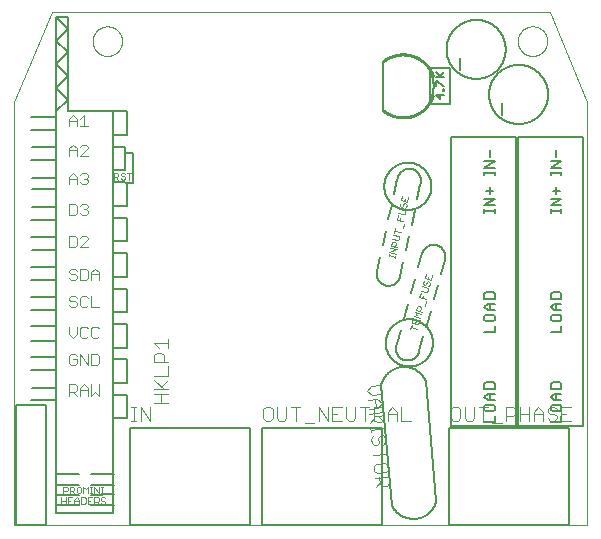
<source format=gto>
G75*
%MOIN*%
%OFA0B0*%
%FSLAX25Y25*%
%IPPOS*%
%LPD*%
%AMOC8*
5,1,8,0,0,1.08239X$1,22.5*
%
%ADD10C,0.00000*%
%ADD11C,0.00400*%
%ADD12C,0.00800*%
%ADD13C,0.00600*%
%ADD14C,0.00200*%
%ADD15C,0.00500*%
%ADD16C,0.00080*%
%ADD17C,0.00300*%
D10*
X0005860Y0003000D02*
X0005860Y0144000D01*
X0018360Y0174000D01*
X0184360Y0174000D01*
X0196860Y0144000D01*
X0196860Y0003000D01*
X0005860Y0003000D01*
X0031935Y0164417D02*
X0031937Y0164557D01*
X0031943Y0164697D01*
X0031953Y0164836D01*
X0031967Y0164975D01*
X0031985Y0165114D01*
X0032006Y0165252D01*
X0032032Y0165390D01*
X0032062Y0165527D01*
X0032095Y0165662D01*
X0032133Y0165797D01*
X0032174Y0165931D01*
X0032219Y0166064D01*
X0032267Y0166195D01*
X0032320Y0166324D01*
X0032376Y0166453D01*
X0032435Y0166579D01*
X0032499Y0166704D01*
X0032565Y0166827D01*
X0032636Y0166948D01*
X0032709Y0167067D01*
X0032786Y0167184D01*
X0032867Y0167298D01*
X0032950Y0167410D01*
X0033037Y0167520D01*
X0033127Y0167628D01*
X0033219Y0167732D01*
X0033315Y0167834D01*
X0033414Y0167934D01*
X0033515Y0168030D01*
X0033619Y0168124D01*
X0033726Y0168214D01*
X0033835Y0168301D01*
X0033947Y0168386D01*
X0034061Y0168467D01*
X0034177Y0168545D01*
X0034295Y0168619D01*
X0034416Y0168690D01*
X0034538Y0168758D01*
X0034663Y0168822D01*
X0034789Y0168883D01*
X0034916Y0168940D01*
X0035046Y0168993D01*
X0035177Y0169043D01*
X0035309Y0169088D01*
X0035442Y0169131D01*
X0035577Y0169169D01*
X0035712Y0169203D01*
X0035849Y0169234D01*
X0035986Y0169261D01*
X0036124Y0169283D01*
X0036263Y0169302D01*
X0036402Y0169317D01*
X0036541Y0169328D01*
X0036681Y0169335D01*
X0036821Y0169338D01*
X0036961Y0169337D01*
X0037101Y0169332D01*
X0037240Y0169323D01*
X0037380Y0169310D01*
X0037519Y0169293D01*
X0037657Y0169272D01*
X0037795Y0169248D01*
X0037932Y0169219D01*
X0038068Y0169187D01*
X0038203Y0169150D01*
X0038337Y0169110D01*
X0038470Y0169066D01*
X0038601Y0169018D01*
X0038731Y0168967D01*
X0038860Y0168912D01*
X0038987Y0168853D01*
X0039112Y0168790D01*
X0039235Y0168725D01*
X0039357Y0168655D01*
X0039476Y0168582D01*
X0039594Y0168506D01*
X0039709Y0168427D01*
X0039822Y0168344D01*
X0039932Y0168258D01*
X0040040Y0168169D01*
X0040145Y0168077D01*
X0040248Y0167982D01*
X0040348Y0167884D01*
X0040445Y0167784D01*
X0040539Y0167680D01*
X0040631Y0167574D01*
X0040719Y0167466D01*
X0040804Y0167355D01*
X0040886Y0167241D01*
X0040965Y0167125D01*
X0041040Y0167008D01*
X0041112Y0166888D01*
X0041180Y0166766D01*
X0041245Y0166642D01*
X0041307Y0166516D01*
X0041365Y0166389D01*
X0041419Y0166260D01*
X0041470Y0166129D01*
X0041516Y0165997D01*
X0041559Y0165864D01*
X0041599Y0165730D01*
X0041634Y0165595D01*
X0041666Y0165458D01*
X0041693Y0165321D01*
X0041717Y0165183D01*
X0041737Y0165045D01*
X0041753Y0164906D01*
X0041765Y0164766D01*
X0041773Y0164627D01*
X0041777Y0164487D01*
X0041777Y0164347D01*
X0041773Y0164207D01*
X0041765Y0164068D01*
X0041753Y0163928D01*
X0041737Y0163789D01*
X0041717Y0163651D01*
X0041693Y0163513D01*
X0041666Y0163376D01*
X0041634Y0163239D01*
X0041599Y0163104D01*
X0041559Y0162970D01*
X0041516Y0162837D01*
X0041470Y0162705D01*
X0041419Y0162574D01*
X0041365Y0162445D01*
X0041307Y0162318D01*
X0041245Y0162192D01*
X0041180Y0162068D01*
X0041112Y0161946D01*
X0041040Y0161826D01*
X0040965Y0161709D01*
X0040886Y0161593D01*
X0040804Y0161479D01*
X0040719Y0161368D01*
X0040631Y0161260D01*
X0040539Y0161154D01*
X0040445Y0161050D01*
X0040348Y0160950D01*
X0040248Y0160852D01*
X0040145Y0160757D01*
X0040040Y0160665D01*
X0039932Y0160576D01*
X0039822Y0160490D01*
X0039709Y0160407D01*
X0039594Y0160328D01*
X0039476Y0160252D01*
X0039357Y0160179D01*
X0039235Y0160109D01*
X0039112Y0160044D01*
X0038987Y0159981D01*
X0038860Y0159922D01*
X0038731Y0159867D01*
X0038601Y0159816D01*
X0038470Y0159768D01*
X0038337Y0159724D01*
X0038203Y0159684D01*
X0038068Y0159647D01*
X0037932Y0159615D01*
X0037795Y0159586D01*
X0037657Y0159562D01*
X0037519Y0159541D01*
X0037380Y0159524D01*
X0037240Y0159511D01*
X0037101Y0159502D01*
X0036961Y0159497D01*
X0036821Y0159496D01*
X0036681Y0159499D01*
X0036541Y0159506D01*
X0036402Y0159517D01*
X0036263Y0159532D01*
X0036124Y0159551D01*
X0035986Y0159573D01*
X0035849Y0159600D01*
X0035712Y0159631D01*
X0035577Y0159665D01*
X0035442Y0159703D01*
X0035309Y0159746D01*
X0035177Y0159791D01*
X0035046Y0159841D01*
X0034916Y0159894D01*
X0034789Y0159951D01*
X0034663Y0160012D01*
X0034538Y0160076D01*
X0034416Y0160144D01*
X0034295Y0160215D01*
X0034177Y0160289D01*
X0034061Y0160367D01*
X0033947Y0160448D01*
X0033835Y0160533D01*
X0033726Y0160620D01*
X0033619Y0160710D01*
X0033515Y0160804D01*
X0033414Y0160900D01*
X0033315Y0161000D01*
X0033219Y0161102D01*
X0033127Y0161206D01*
X0033037Y0161314D01*
X0032950Y0161424D01*
X0032867Y0161536D01*
X0032786Y0161650D01*
X0032709Y0161767D01*
X0032636Y0161886D01*
X0032565Y0162007D01*
X0032499Y0162130D01*
X0032435Y0162255D01*
X0032376Y0162381D01*
X0032320Y0162510D01*
X0032267Y0162639D01*
X0032219Y0162770D01*
X0032174Y0162903D01*
X0032133Y0163037D01*
X0032095Y0163172D01*
X0032062Y0163307D01*
X0032032Y0163444D01*
X0032006Y0163582D01*
X0031985Y0163720D01*
X0031967Y0163859D01*
X0031953Y0163998D01*
X0031943Y0164137D01*
X0031937Y0164277D01*
X0031935Y0164417D01*
X0173667Y0164417D02*
X0173669Y0164557D01*
X0173675Y0164697D01*
X0173685Y0164836D01*
X0173699Y0164975D01*
X0173717Y0165114D01*
X0173738Y0165252D01*
X0173764Y0165390D01*
X0173794Y0165527D01*
X0173827Y0165662D01*
X0173865Y0165797D01*
X0173906Y0165931D01*
X0173951Y0166064D01*
X0173999Y0166195D01*
X0174052Y0166324D01*
X0174108Y0166453D01*
X0174167Y0166579D01*
X0174231Y0166704D01*
X0174297Y0166827D01*
X0174368Y0166948D01*
X0174441Y0167067D01*
X0174518Y0167184D01*
X0174599Y0167298D01*
X0174682Y0167410D01*
X0174769Y0167520D01*
X0174859Y0167628D01*
X0174951Y0167732D01*
X0175047Y0167834D01*
X0175146Y0167934D01*
X0175247Y0168030D01*
X0175351Y0168124D01*
X0175458Y0168214D01*
X0175567Y0168301D01*
X0175679Y0168386D01*
X0175793Y0168467D01*
X0175909Y0168545D01*
X0176027Y0168619D01*
X0176148Y0168690D01*
X0176270Y0168758D01*
X0176395Y0168822D01*
X0176521Y0168883D01*
X0176648Y0168940D01*
X0176778Y0168993D01*
X0176909Y0169043D01*
X0177041Y0169088D01*
X0177174Y0169131D01*
X0177309Y0169169D01*
X0177444Y0169203D01*
X0177581Y0169234D01*
X0177718Y0169261D01*
X0177856Y0169283D01*
X0177995Y0169302D01*
X0178134Y0169317D01*
X0178273Y0169328D01*
X0178413Y0169335D01*
X0178553Y0169338D01*
X0178693Y0169337D01*
X0178833Y0169332D01*
X0178972Y0169323D01*
X0179112Y0169310D01*
X0179251Y0169293D01*
X0179389Y0169272D01*
X0179527Y0169248D01*
X0179664Y0169219D01*
X0179800Y0169187D01*
X0179935Y0169150D01*
X0180069Y0169110D01*
X0180202Y0169066D01*
X0180333Y0169018D01*
X0180463Y0168967D01*
X0180592Y0168912D01*
X0180719Y0168853D01*
X0180844Y0168790D01*
X0180967Y0168725D01*
X0181089Y0168655D01*
X0181208Y0168582D01*
X0181326Y0168506D01*
X0181441Y0168427D01*
X0181554Y0168344D01*
X0181664Y0168258D01*
X0181772Y0168169D01*
X0181877Y0168077D01*
X0181980Y0167982D01*
X0182080Y0167884D01*
X0182177Y0167784D01*
X0182271Y0167680D01*
X0182363Y0167574D01*
X0182451Y0167466D01*
X0182536Y0167355D01*
X0182618Y0167241D01*
X0182697Y0167125D01*
X0182772Y0167008D01*
X0182844Y0166888D01*
X0182912Y0166766D01*
X0182977Y0166642D01*
X0183039Y0166516D01*
X0183097Y0166389D01*
X0183151Y0166260D01*
X0183202Y0166129D01*
X0183248Y0165997D01*
X0183291Y0165864D01*
X0183331Y0165730D01*
X0183366Y0165595D01*
X0183398Y0165458D01*
X0183425Y0165321D01*
X0183449Y0165183D01*
X0183469Y0165045D01*
X0183485Y0164906D01*
X0183497Y0164766D01*
X0183505Y0164627D01*
X0183509Y0164487D01*
X0183509Y0164347D01*
X0183505Y0164207D01*
X0183497Y0164068D01*
X0183485Y0163928D01*
X0183469Y0163789D01*
X0183449Y0163651D01*
X0183425Y0163513D01*
X0183398Y0163376D01*
X0183366Y0163239D01*
X0183331Y0163104D01*
X0183291Y0162970D01*
X0183248Y0162837D01*
X0183202Y0162705D01*
X0183151Y0162574D01*
X0183097Y0162445D01*
X0183039Y0162318D01*
X0182977Y0162192D01*
X0182912Y0162068D01*
X0182844Y0161946D01*
X0182772Y0161826D01*
X0182697Y0161709D01*
X0182618Y0161593D01*
X0182536Y0161479D01*
X0182451Y0161368D01*
X0182363Y0161260D01*
X0182271Y0161154D01*
X0182177Y0161050D01*
X0182080Y0160950D01*
X0181980Y0160852D01*
X0181877Y0160757D01*
X0181772Y0160665D01*
X0181664Y0160576D01*
X0181554Y0160490D01*
X0181441Y0160407D01*
X0181326Y0160328D01*
X0181208Y0160252D01*
X0181089Y0160179D01*
X0180967Y0160109D01*
X0180844Y0160044D01*
X0180719Y0159981D01*
X0180592Y0159922D01*
X0180463Y0159867D01*
X0180333Y0159816D01*
X0180202Y0159768D01*
X0180069Y0159724D01*
X0179935Y0159684D01*
X0179800Y0159647D01*
X0179664Y0159615D01*
X0179527Y0159586D01*
X0179389Y0159562D01*
X0179251Y0159541D01*
X0179112Y0159524D01*
X0178972Y0159511D01*
X0178833Y0159502D01*
X0178693Y0159497D01*
X0178553Y0159496D01*
X0178413Y0159499D01*
X0178273Y0159506D01*
X0178134Y0159517D01*
X0177995Y0159532D01*
X0177856Y0159551D01*
X0177718Y0159573D01*
X0177581Y0159600D01*
X0177444Y0159631D01*
X0177309Y0159665D01*
X0177174Y0159703D01*
X0177041Y0159746D01*
X0176909Y0159791D01*
X0176778Y0159841D01*
X0176648Y0159894D01*
X0176521Y0159951D01*
X0176395Y0160012D01*
X0176270Y0160076D01*
X0176148Y0160144D01*
X0176027Y0160215D01*
X0175909Y0160289D01*
X0175793Y0160367D01*
X0175679Y0160448D01*
X0175567Y0160533D01*
X0175458Y0160620D01*
X0175351Y0160710D01*
X0175247Y0160804D01*
X0175146Y0160900D01*
X0175047Y0161000D01*
X0174951Y0161102D01*
X0174859Y0161206D01*
X0174769Y0161314D01*
X0174682Y0161424D01*
X0174599Y0161536D01*
X0174518Y0161650D01*
X0174441Y0161767D01*
X0174368Y0161886D01*
X0174297Y0162007D01*
X0174231Y0162130D01*
X0174167Y0162255D01*
X0174108Y0162381D01*
X0174052Y0162510D01*
X0173999Y0162639D01*
X0173951Y0162770D01*
X0173906Y0162903D01*
X0173865Y0163037D01*
X0173827Y0163172D01*
X0173794Y0163307D01*
X0173764Y0163444D01*
X0173738Y0163582D01*
X0173717Y0163720D01*
X0173699Y0163859D01*
X0173685Y0163998D01*
X0173675Y0164137D01*
X0173669Y0164277D01*
X0173667Y0164417D01*
D11*
X0057160Y0065185D02*
X0057160Y0062116D01*
X0057160Y0063650D02*
X0052556Y0063650D01*
X0054091Y0062116D01*
X0054858Y0060581D02*
X0055625Y0059814D01*
X0055625Y0057512D01*
X0057160Y0057512D02*
X0052556Y0057512D01*
X0052556Y0059814D01*
X0053323Y0060581D01*
X0054858Y0060581D01*
X0057160Y0055977D02*
X0057160Y0052908D01*
X0052556Y0052908D01*
X0052556Y0051373D02*
X0055625Y0048304D01*
X0054858Y0049071D02*
X0057160Y0051373D01*
X0057160Y0048304D02*
X0052556Y0048304D01*
X0052556Y0046769D02*
X0057160Y0046769D01*
X0054858Y0046769D02*
X0054858Y0043700D01*
X0057160Y0043700D02*
X0052556Y0043700D01*
X0051014Y0042489D02*
X0051014Y0037885D01*
X0047944Y0042489D01*
X0047944Y0037885D01*
X0046410Y0037885D02*
X0044875Y0037885D01*
X0045642Y0037885D02*
X0045642Y0042489D01*
X0044875Y0042489D02*
X0046410Y0042489D01*
X0088875Y0041722D02*
X0088875Y0038652D01*
X0089642Y0037885D01*
X0091177Y0037885D01*
X0091944Y0038652D01*
X0091944Y0041722D01*
X0091177Y0042489D01*
X0089642Y0042489D01*
X0088875Y0041722D01*
X0093479Y0042489D02*
X0093479Y0038652D01*
X0094246Y0037885D01*
X0095781Y0037885D01*
X0096548Y0038652D01*
X0096548Y0042489D01*
X0098083Y0042489D02*
X0101152Y0042489D01*
X0099617Y0042489D02*
X0099617Y0037885D01*
X0102687Y0037118D02*
X0105756Y0037118D01*
X0107291Y0037885D02*
X0107291Y0042489D01*
X0110360Y0037885D01*
X0110360Y0042489D01*
X0111895Y0042489D02*
X0111895Y0037885D01*
X0114964Y0037885D01*
X0116498Y0038652D02*
X0117266Y0037885D01*
X0118800Y0037885D01*
X0119568Y0038652D01*
X0119568Y0042489D01*
X0121102Y0042489D02*
X0124172Y0042489D01*
X0123991Y0041819D02*
X0127048Y0042086D01*
X0128443Y0043749D01*
X0126781Y0045144D01*
X0123723Y0044876D01*
X0125118Y0046539D02*
X0128176Y0046806D01*
X0126016Y0045077D02*
X0126284Y0042019D01*
X0125706Y0042489D02*
X0128008Y0042489D01*
X0128776Y0041722D01*
X0128776Y0040187D01*
X0128008Y0039420D01*
X0125706Y0039420D01*
X0125787Y0038895D02*
X0124392Y0037232D01*
X0125706Y0037885D02*
X0125706Y0042489D01*
X0125653Y0040424D02*
X0125854Y0038130D01*
X0126685Y0037433D01*
X0128214Y0037567D01*
X0128911Y0038398D01*
X0128711Y0040691D01*
X0124124Y0040290D01*
X0122637Y0042489D02*
X0122637Y0037885D01*
X0124526Y0035703D02*
X0124659Y0034175D01*
X0124592Y0034939D02*
X0129179Y0035340D01*
X0129246Y0034576D02*
X0129112Y0036105D01*
X0128776Y0037885D02*
X0127241Y0039420D01*
X0130310Y0040187D02*
X0133380Y0040187D01*
X0133380Y0040954D02*
X0131845Y0042489D01*
X0130310Y0040954D01*
X0130310Y0037885D01*
X0133380Y0037885D02*
X0133380Y0040954D01*
X0134914Y0042489D02*
X0134914Y0037885D01*
X0137983Y0037885D01*
X0129446Y0032283D02*
X0129580Y0030754D01*
X0128883Y0029923D01*
X0129781Y0028461D02*
X0130048Y0025403D01*
X0129914Y0026932D02*
X0125328Y0026531D01*
X0126360Y0023540D02*
X0125662Y0022709D01*
X0125796Y0021180D01*
X0126627Y0020482D01*
X0129685Y0020750D01*
X0130383Y0021581D01*
X0130249Y0023110D01*
X0129418Y0023807D01*
X0126360Y0023540D01*
X0127526Y0019020D02*
X0127726Y0016727D01*
X0128557Y0016030D01*
X0130086Y0016163D01*
X0130784Y0016995D01*
X0130583Y0019288D01*
X0125997Y0018887D01*
X0127659Y0017491D02*
X0126264Y0015829D01*
X0125825Y0029655D02*
X0124994Y0030353D01*
X0124860Y0031881D01*
X0125557Y0032713D01*
X0127153Y0032082D02*
X0127287Y0030553D01*
X0126589Y0029722D01*
X0125825Y0029655D01*
X0127153Y0032082D02*
X0127851Y0032913D01*
X0128615Y0032980D01*
X0129446Y0032283D01*
X0116498Y0038652D02*
X0116498Y0042489D01*
X0114964Y0042489D02*
X0111895Y0042489D01*
X0111895Y0040187D02*
X0113429Y0040187D01*
X0123455Y0047934D02*
X0125118Y0046539D01*
X0123455Y0047934D02*
X0124851Y0049596D01*
X0127908Y0049864D01*
X0151375Y0041722D02*
X0151375Y0038652D01*
X0152142Y0037885D01*
X0153677Y0037885D01*
X0154444Y0038652D01*
X0154444Y0041722D01*
X0153677Y0042489D01*
X0152142Y0042489D01*
X0151375Y0041722D01*
X0155979Y0042489D02*
X0155979Y0038652D01*
X0156746Y0037885D01*
X0158281Y0037885D01*
X0159048Y0038652D01*
X0159048Y0042489D01*
X0160583Y0042489D02*
X0163652Y0042489D01*
X0162117Y0042489D02*
X0162117Y0037885D01*
X0165187Y0037118D02*
X0168256Y0037118D01*
X0169791Y0037885D02*
X0169791Y0042489D01*
X0172093Y0042489D01*
X0172860Y0041722D01*
X0172860Y0040187D01*
X0172093Y0039420D01*
X0169791Y0039420D01*
X0174395Y0040187D02*
X0177464Y0040187D01*
X0178998Y0040187D02*
X0182068Y0040187D01*
X0182068Y0040954D02*
X0180533Y0042489D01*
X0178998Y0040954D01*
X0178998Y0037885D01*
X0177464Y0037885D02*
X0177464Y0042489D01*
X0174395Y0042489D02*
X0174395Y0037885D01*
X0182068Y0037885D02*
X0182068Y0040954D01*
X0183602Y0040954D02*
X0184370Y0040187D01*
X0185904Y0040187D01*
X0186672Y0039420D01*
X0186672Y0038652D01*
X0185904Y0037885D01*
X0184370Y0037885D01*
X0183602Y0038652D01*
X0183602Y0040954D02*
X0183602Y0041722D01*
X0184370Y0042489D01*
X0185904Y0042489D01*
X0186672Y0041722D01*
X0188206Y0042489D02*
X0188206Y0037885D01*
X0191276Y0037885D01*
X0189741Y0040187D02*
X0188206Y0040187D01*
X0188206Y0042489D02*
X0191276Y0042489D01*
D12*
X0195291Y0036028D02*
X0195291Y0132484D01*
X0173641Y0132484D01*
X0173641Y0036028D01*
X0195291Y0036028D01*
X0173079Y0036028D02*
X0173079Y0132484D01*
X0151429Y0132484D01*
X0151429Y0036028D01*
X0173079Y0036028D01*
X0168435Y0139681D02*
X0168435Y0143681D01*
X0164092Y0146681D02*
X0164095Y0146923D01*
X0164104Y0147164D01*
X0164119Y0147405D01*
X0164139Y0147646D01*
X0164166Y0147886D01*
X0164199Y0148125D01*
X0164237Y0148364D01*
X0164281Y0148601D01*
X0164331Y0148838D01*
X0164387Y0149073D01*
X0164449Y0149306D01*
X0164516Y0149538D01*
X0164589Y0149769D01*
X0164667Y0149997D01*
X0164752Y0150223D01*
X0164841Y0150448D01*
X0164936Y0150670D01*
X0165037Y0150889D01*
X0165143Y0151107D01*
X0165254Y0151321D01*
X0165371Y0151533D01*
X0165492Y0151741D01*
X0165619Y0151947D01*
X0165751Y0152149D01*
X0165888Y0152349D01*
X0166029Y0152544D01*
X0166175Y0152737D01*
X0166326Y0152925D01*
X0166482Y0153110D01*
X0166642Y0153291D01*
X0166806Y0153468D01*
X0166975Y0153641D01*
X0167148Y0153810D01*
X0167325Y0153974D01*
X0167506Y0154134D01*
X0167691Y0154290D01*
X0167879Y0154441D01*
X0168072Y0154587D01*
X0168267Y0154728D01*
X0168467Y0154865D01*
X0168669Y0154997D01*
X0168875Y0155124D01*
X0169083Y0155245D01*
X0169295Y0155362D01*
X0169509Y0155473D01*
X0169727Y0155579D01*
X0169946Y0155680D01*
X0170168Y0155775D01*
X0170393Y0155864D01*
X0170619Y0155949D01*
X0170847Y0156027D01*
X0171078Y0156100D01*
X0171310Y0156167D01*
X0171543Y0156229D01*
X0171778Y0156285D01*
X0172015Y0156335D01*
X0172252Y0156379D01*
X0172491Y0156417D01*
X0172730Y0156450D01*
X0172970Y0156477D01*
X0173211Y0156497D01*
X0173452Y0156512D01*
X0173693Y0156521D01*
X0173935Y0156524D01*
X0174177Y0156521D01*
X0174418Y0156512D01*
X0174659Y0156497D01*
X0174900Y0156477D01*
X0175140Y0156450D01*
X0175379Y0156417D01*
X0175618Y0156379D01*
X0175855Y0156335D01*
X0176092Y0156285D01*
X0176327Y0156229D01*
X0176560Y0156167D01*
X0176792Y0156100D01*
X0177023Y0156027D01*
X0177251Y0155949D01*
X0177477Y0155864D01*
X0177702Y0155775D01*
X0177924Y0155680D01*
X0178143Y0155579D01*
X0178361Y0155473D01*
X0178575Y0155362D01*
X0178787Y0155245D01*
X0178995Y0155124D01*
X0179201Y0154997D01*
X0179403Y0154865D01*
X0179603Y0154728D01*
X0179798Y0154587D01*
X0179991Y0154441D01*
X0180179Y0154290D01*
X0180364Y0154134D01*
X0180545Y0153974D01*
X0180722Y0153810D01*
X0180895Y0153641D01*
X0181064Y0153468D01*
X0181228Y0153291D01*
X0181388Y0153110D01*
X0181544Y0152925D01*
X0181695Y0152737D01*
X0181841Y0152544D01*
X0181982Y0152349D01*
X0182119Y0152149D01*
X0182251Y0151947D01*
X0182378Y0151741D01*
X0182499Y0151533D01*
X0182616Y0151321D01*
X0182727Y0151107D01*
X0182833Y0150889D01*
X0182934Y0150670D01*
X0183029Y0150448D01*
X0183118Y0150223D01*
X0183203Y0149997D01*
X0183281Y0149769D01*
X0183354Y0149538D01*
X0183421Y0149306D01*
X0183483Y0149073D01*
X0183539Y0148838D01*
X0183589Y0148601D01*
X0183633Y0148364D01*
X0183671Y0148125D01*
X0183704Y0147886D01*
X0183731Y0147646D01*
X0183751Y0147405D01*
X0183766Y0147164D01*
X0183775Y0146923D01*
X0183778Y0146681D01*
X0183775Y0146439D01*
X0183766Y0146198D01*
X0183751Y0145957D01*
X0183731Y0145716D01*
X0183704Y0145476D01*
X0183671Y0145237D01*
X0183633Y0144998D01*
X0183589Y0144761D01*
X0183539Y0144524D01*
X0183483Y0144289D01*
X0183421Y0144056D01*
X0183354Y0143824D01*
X0183281Y0143593D01*
X0183203Y0143365D01*
X0183118Y0143139D01*
X0183029Y0142914D01*
X0182934Y0142692D01*
X0182833Y0142473D01*
X0182727Y0142255D01*
X0182616Y0142041D01*
X0182499Y0141829D01*
X0182378Y0141621D01*
X0182251Y0141415D01*
X0182119Y0141213D01*
X0181982Y0141013D01*
X0181841Y0140818D01*
X0181695Y0140625D01*
X0181544Y0140437D01*
X0181388Y0140252D01*
X0181228Y0140071D01*
X0181064Y0139894D01*
X0180895Y0139721D01*
X0180722Y0139552D01*
X0180545Y0139388D01*
X0180364Y0139228D01*
X0180179Y0139072D01*
X0179991Y0138921D01*
X0179798Y0138775D01*
X0179603Y0138634D01*
X0179403Y0138497D01*
X0179201Y0138365D01*
X0178995Y0138238D01*
X0178787Y0138117D01*
X0178575Y0138000D01*
X0178361Y0137889D01*
X0178143Y0137783D01*
X0177924Y0137682D01*
X0177702Y0137587D01*
X0177477Y0137498D01*
X0177251Y0137413D01*
X0177023Y0137335D01*
X0176792Y0137262D01*
X0176560Y0137195D01*
X0176327Y0137133D01*
X0176092Y0137077D01*
X0175855Y0137027D01*
X0175618Y0136983D01*
X0175379Y0136945D01*
X0175140Y0136912D01*
X0174900Y0136885D01*
X0174659Y0136865D01*
X0174418Y0136850D01*
X0174177Y0136841D01*
X0173935Y0136838D01*
X0173693Y0136841D01*
X0173452Y0136850D01*
X0173211Y0136865D01*
X0172970Y0136885D01*
X0172730Y0136912D01*
X0172491Y0136945D01*
X0172252Y0136983D01*
X0172015Y0137027D01*
X0171778Y0137077D01*
X0171543Y0137133D01*
X0171310Y0137195D01*
X0171078Y0137262D01*
X0170847Y0137335D01*
X0170619Y0137413D01*
X0170393Y0137498D01*
X0170168Y0137587D01*
X0169946Y0137682D01*
X0169727Y0137783D01*
X0169509Y0137889D01*
X0169295Y0138000D01*
X0169083Y0138117D01*
X0168875Y0138238D01*
X0168669Y0138365D01*
X0168467Y0138497D01*
X0168267Y0138634D01*
X0168072Y0138775D01*
X0167879Y0138921D01*
X0167691Y0139072D01*
X0167506Y0139228D01*
X0167325Y0139388D01*
X0167148Y0139552D01*
X0166975Y0139721D01*
X0166806Y0139894D01*
X0166642Y0140071D01*
X0166482Y0140252D01*
X0166326Y0140437D01*
X0166175Y0140625D01*
X0166029Y0140818D01*
X0165888Y0141013D01*
X0165751Y0141213D01*
X0165619Y0141415D01*
X0165492Y0141621D01*
X0165371Y0141829D01*
X0165254Y0142041D01*
X0165143Y0142255D01*
X0165037Y0142473D01*
X0164936Y0142692D01*
X0164841Y0142914D01*
X0164752Y0143139D01*
X0164667Y0143365D01*
X0164589Y0143593D01*
X0164516Y0143824D01*
X0164449Y0144056D01*
X0164387Y0144289D01*
X0164331Y0144524D01*
X0164281Y0144761D01*
X0164237Y0144998D01*
X0164199Y0145237D01*
X0164166Y0145476D01*
X0164139Y0145716D01*
X0164119Y0145957D01*
X0164104Y0146198D01*
X0164095Y0146439D01*
X0164092Y0146681D01*
X0154297Y0154681D02*
X0154297Y0158681D01*
X0151226Y0155559D02*
X0151226Y0143354D01*
X0144533Y0143354D01*
X0144533Y0155559D01*
X0151226Y0155559D01*
X0149954Y0161681D02*
X0149957Y0161923D01*
X0149966Y0162164D01*
X0149981Y0162405D01*
X0150001Y0162646D01*
X0150028Y0162886D01*
X0150061Y0163125D01*
X0150099Y0163364D01*
X0150143Y0163601D01*
X0150193Y0163838D01*
X0150249Y0164073D01*
X0150311Y0164306D01*
X0150378Y0164538D01*
X0150451Y0164769D01*
X0150529Y0164997D01*
X0150614Y0165223D01*
X0150703Y0165448D01*
X0150798Y0165670D01*
X0150899Y0165889D01*
X0151005Y0166107D01*
X0151116Y0166321D01*
X0151233Y0166533D01*
X0151354Y0166741D01*
X0151481Y0166947D01*
X0151613Y0167149D01*
X0151750Y0167349D01*
X0151891Y0167544D01*
X0152037Y0167737D01*
X0152188Y0167925D01*
X0152344Y0168110D01*
X0152504Y0168291D01*
X0152668Y0168468D01*
X0152837Y0168641D01*
X0153010Y0168810D01*
X0153187Y0168974D01*
X0153368Y0169134D01*
X0153553Y0169290D01*
X0153741Y0169441D01*
X0153934Y0169587D01*
X0154129Y0169728D01*
X0154329Y0169865D01*
X0154531Y0169997D01*
X0154737Y0170124D01*
X0154945Y0170245D01*
X0155157Y0170362D01*
X0155371Y0170473D01*
X0155589Y0170579D01*
X0155808Y0170680D01*
X0156030Y0170775D01*
X0156255Y0170864D01*
X0156481Y0170949D01*
X0156709Y0171027D01*
X0156940Y0171100D01*
X0157172Y0171167D01*
X0157405Y0171229D01*
X0157640Y0171285D01*
X0157877Y0171335D01*
X0158114Y0171379D01*
X0158353Y0171417D01*
X0158592Y0171450D01*
X0158832Y0171477D01*
X0159073Y0171497D01*
X0159314Y0171512D01*
X0159555Y0171521D01*
X0159797Y0171524D01*
X0160039Y0171521D01*
X0160280Y0171512D01*
X0160521Y0171497D01*
X0160762Y0171477D01*
X0161002Y0171450D01*
X0161241Y0171417D01*
X0161480Y0171379D01*
X0161717Y0171335D01*
X0161954Y0171285D01*
X0162189Y0171229D01*
X0162422Y0171167D01*
X0162654Y0171100D01*
X0162885Y0171027D01*
X0163113Y0170949D01*
X0163339Y0170864D01*
X0163564Y0170775D01*
X0163786Y0170680D01*
X0164005Y0170579D01*
X0164223Y0170473D01*
X0164437Y0170362D01*
X0164649Y0170245D01*
X0164857Y0170124D01*
X0165063Y0169997D01*
X0165265Y0169865D01*
X0165465Y0169728D01*
X0165660Y0169587D01*
X0165853Y0169441D01*
X0166041Y0169290D01*
X0166226Y0169134D01*
X0166407Y0168974D01*
X0166584Y0168810D01*
X0166757Y0168641D01*
X0166926Y0168468D01*
X0167090Y0168291D01*
X0167250Y0168110D01*
X0167406Y0167925D01*
X0167557Y0167737D01*
X0167703Y0167544D01*
X0167844Y0167349D01*
X0167981Y0167149D01*
X0168113Y0166947D01*
X0168240Y0166741D01*
X0168361Y0166533D01*
X0168478Y0166321D01*
X0168589Y0166107D01*
X0168695Y0165889D01*
X0168796Y0165670D01*
X0168891Y0165448D01*
X0168980Y0165223D01*
X0169065Y0164997D01*
X0169143Y0164769D01*
X0169216Y0164538D01*
X0169283Y0164306D01*
X0169345Y0164073D01*
X0169401Y0163838D01*
X0169451Y0163601D01*
X0169495Y0163364D01*
X0169533Y0163125D01*
X0169566Y0162886D01*
X0169593Y0162646D01*
X0169613Y0162405D01*
X0169628Y0162164D01*
X0169637Y0161923D01*
X0169640Y0161681D01*
X0169637Y0161439D01*
X0169628Y0161198D01*
X0169613Y0160957D01*
X0169593Y0160716D01*
X0169566Y0160476D01*
X0169533Y0160237D01*
X0169495Y0159998D01*
X0169451Y0159761D01*
X0169401Y0159524D01*
X0169345Y0159289D01*
X0169283Y0159056D01*
X0169216Y0158824D01*
X0169143Y0158593D01*
X0169065Y0158365D01*
X0168980Y0158139D01*
X0168891Y0157914D01*
X0168796Y0157692D01*
X0168695Y0157473D01*
X0168589Y0157255D01*
X0168478Y0157041D01*
X0168361Y0156829D01*
X0168240Y0156621D01*
X0168113Y0156415D01*
X0167981Y0156213D01*
X0167844Y0156013D01*
X0167703Y0155818D01*
X0167557Y0155625D01*
X0167406Y0155437D01*
X0167250Y0155252D01*
X0167090Y0155071D01*
X0166926Y0154894D01*
X0166757Y0154721D01*
X0166584Y0154552D01*
X0166407Y0154388D01*
X0166226Y0154228D01*
X0166041Y0154072D01*
X0165853Y0153921D01*
X0165660Y0153775D01*
X0165465Y0153634D01*
X0165265Y0153497D01*
X0165063Y0153365D01*
X0164857Y0153238D01*
X0164649Y0153117D01*
X0164437Y0153000D01*
X0164223Y0152889D01*
X0164005Y0152783D01*
X0163786Y0152682D01*
X0163564Y0152587D01*
X0163339Y0152498D01*
X0163113Y0152413D01*
X0162885Y0152335D01*
X0162654Y0152262D01*
X0162422Y0152195D01*
X0162189Y0152133D01*
X0161954Y0152077D01*
X0161717Y0152027D01*
X0161480Y0151983D01*
X0161241Y0151945D01*
X0161002Y0151912D01*
X0160762Y0151885D01*
X0160521Y0151865D01*
X0160280Y0151850D01*
X0160039Y0151841D01*
X0159797Y0151838D01*
X0159555Y0151841D01*
X0159314Y0151850D01*
X0159073Y0151865D01*
X0158832Y0151885D01*
X0158592Y0151912D01*
X0158353Y0151945D01*
X0158114Y0151983D01*
X0157877Y0152027D01*
X0157640Y0152077D01*
X0157405Y0152133D01*
X0157172Y0152195D01*
X0156940Y0152262D01*
X0156709Y0152335D01*
X0156481Y0152413D01*
X0156255Y0152498D01*
X0156030Y0152587D01*
X0155808Y0152682D01*
X0155589Y0152783D01*
X0155371Y0152889D01*
X0155157Y0153000D01*
X0154945Y0153117D01*
X0154737Y0153238D01*
X0154531Y0153365D01*
X0154329Y0153497D01*
X0154129Y0153634D01*
X0153934Y0153775D01*
X0153741Y0153921D01*
X0153553Y0154072D01*
X0153368Y0154228D01*
X0153187Y0154388D01*
X0153010Y0154552D01*
X0152837Y0154721D01*
X0152668Y0154894D01*
X0152504Y0155071D01*
X0152344Y0155252D01*
X0152188Y0155437D01*
X0152037Y0155625D01*
X0151891Y0155818D01*
X0151750Y0156013D01*
X0151613Y0156213D01*
X0151481Y0156415D01*
X0151354Y0156621D01*
X0151233Y0156829D01*
X0151116Y0157041D01*
X0151005Y0157255D01*
X0150899Y0157473D01*
X0150798Y0157692D01*
X0150703Y0157914D01*
X0150614Y0158139D01*
X0150529Y0158365D01*
X0150451Y0158593D01*
X0150378Y0158824D01*
X0150311Y0159056D01*
X0150249Y0159289D01*
X0150193Y0159524D01*
X0150143Y0159761D01*
X0150099Y0159998D01*
X0150061Y0160237D01*
X0150028Y0160476D01*
X0150001Y0160716D01*
X0149981Y0160957D01*
X0149966Y0161198D01*
X0149957Y0161439D01*
X0149954Y0161681D01*
X0142860Y0157000D02*
X0143040Y0156784D01*
X0143215Y0156564D01*
X0143385Y0156340D01*
X0143549Y0156111D01*
X0143707Y0155879D01*
X0143860Y0155643D01*
X0144007Y0155403D01*
X0144148Y0155160D01*
X0144283Y0154913D01*
X0144412Y0154664D01*
X0144535Y0154411D01*
X0144652Y0154155D01*
X0144763Y0153896D01*
X0144867Y0153635D01*
X0144964Y0153371D01*
X0145056Y0153105D01*
X0145140Y0152837D01*
X0145218Y0152567D01*
X0145290Y0152295D01*
X0145355Y0152021D01*
X0145413Y0151746D01*
X0145464Y0151470D01*
X0145509Y0151192D01*
X0145547Y0150913D01*
X0145578Y0150634D01*
X0145602Y0150354D01*
X0145620Y0150073D01*
X0145630Y0149792D01*
X0145634Y0149511D01*
X0145631Y0149230D01*
X0145621Y0148949D01*
X0145604Y0148668D01*
X0145580Y0148388D01*
X0145550Y0148108D01*
X0145512Y0147830D01*
X0145468Y0147552D01*
X0145417Y0147275D01*
X0145360Y0147000D01*
X0145295Y0146725D01*
X0145224Y0146452D01*
X0145146Y0146181D01*
X0145061Y0145911D01*
X0144970Y0145644D01*
X0144872Y0145379D01*
X0144768Y0145117D01*
X0144657Y0144857D01*
X0144541Y0144600D01*
X0144417Y0144346D01*
X0144288Y0144095D01*
X0144153Y0143848D01*
X0144011Y0143603D01*
X0143864Y0143363D01*
X0143710Y0143126D01*
X0143551Y0142892D01*
X0143387Y0142663D01*
X0143216Y0142438D01*
X0143041Y0142217D01*
X0142860Y0142000D01*
X0145360Y0147000D02*
X0145417Y0147274D01*
X0145468Y0147549D01*
X0145512Y0147826D01*
X0145549Y0148103D01*
X0145580Y0148382D01*
X0145603Y0148661D01*
X0145620Y0148940D01*
X0145631Y0149220D01*
X0145634Y0149500D01*
X0145631Y0149780D01*
X0145620Y0150060D01*
X0145603Y0150339D01*
X0145580Y0150618D01*
X0145549Y0150897D01*
X0145512Y0151174D01*
X0145468Y0151451D01*
X0145417Y0151726D01*
X0145360Y0152000D01*
X0128860Y0157746D02*
X0128860Y0141254D01*
D13*
X0162551Y0124458D02*
X0165954Y0124458D01*
X0162551Y0122190D01*
X0165954Y0122190D01*
X0165954Y0120868D02*
X0165954Y0119734D01*
X0165954Y0120301D02*
X0162551Y0120301D01*
X0162551Y0119734D02*
X0162551Y0120868D01*
X0164252Y0125873D02*
X0164252Y0128141D01*
X0164252Y0115641D02*
X0164252Y0113373D01*
X0163118Y0114507D02*
X0165387Y0114507D01*
X0165954Y0111958D02*
X0162551Y0111958D01*
X0162551Y0109690D02*
X0165954Y0111958D01*
X0165954Y0109690D02*
X0162551Y0109690D01*
X0162551Y0108368D02*
X0162551Y0107234D01*
X0162551Y0107801D02*
X0165954Y0107801D01*
X0165954Y0107234D02*
X0165954Y0108368D01*
X0184763Y0108368D02*
X0184763Y0107234D01*
X0184763Y0107801D02*
X0188166Y0107801D01*
X0188166Y0107234D02*
X0188166Y0108368D01*
X0188166Y0109690D02*
X0184763Y0109690D01*
X0188166Y0111958D01*
X0184763Y0111958D01*
X0186465Y0113373D02*
X0186465Y0115641D01*
X0185331Y0114507D02*
X0187599Y0114507D01*
X0188166Y0119734D02*
X0188166Y0120868D01*
X0188166Y0120301D02*
X0184763Y0120301D01*
X0184763Y0119734D02*
X0184763Y0120868D01*
X0184763Y0122190D02*
X0188166Y0124458D01*
X0184763Y0124458D01*
X0186465Y0125873D02*
X0186465Y0128141D01*
X0188166Y0122190D02*
X0184763Y0122190D01*
X0185331Y0080641D02*
X0184763Y0080074D01*
X0184763Y0078373D01*
X0188166Y0078373D01*
X0188166Y0080074D01*
X0187599Y0080641D01*
X0185331Y0080641D01*
X0185898Y0076958D02*
X0188166Y0076958D01*
X0186465Y0076958D02*
X0186465Y0074690D01*
X0185898Y0074690D02*
X0184763Y0075824D01*
X0185898Y0076958D01*
X0185898Y0074690D02*
X0188166Y0074690D01*
X0187599Y0073275D02*
X0185331Y0073275D01*
X0184763Y0072708D01*
X0184763Y0071574D01*
X0185331Y0071006D01*
X0187599Y0071006D01*
X0188166Y0071574D01*
X0188166Y0072708D01*
X0187599Y0073275D01*
X0188166Y0069592D02*
X0188166Y0067323D01*
X0184763Y0067323D01*
X0185331Y0050641D02*
X0184763Y0050074D01*
X0184763Y0048373D01*
X0188166Y0048373D01*
X0188166Y0050074D01*
X0187599Y0050641D01*
X0185331Y0050641D01*
X0185898Y0046958D02*
X0188166Y0046958D01*
X0186465Y0046958D02*
X0186465Y0044690D01*
X0185898Y0044690D02*
X0184763Y0045824D01*
X0185898Y0046958D01*
X0185898Y0044690D02*
X0188166Y0044690D01*
X0187599Y0043275D02*
X0185331Y0043275D01*
X0184763Y0042708D01*
X0184763Y0041574D01*
X0185331Y0041006D01*
X0187599Y0041006D01*
X0188166Y0041574D01*
X0188166Y0042708D01*
X0187599Y0043275D01*
X0188166Y0039592D02*
X0188166Y0037323D01*
X0184763Y0037323D01*
X0165954Y0037323D02*
X0165954Y0039592D01*
X0165387Y0041006D02*
X0163118Y0041006D01*
X0162551Y0041574D01*
X0162551Y0042708D01*
X0163118Y0043275D01*
X0165387Y0043275D01*
X0165954Y0042708D01*
X0165954Y0041574D01*
X0165387Y0041006D01*
X0165954Y0037323D02*
X0162551Y0037323D01*
X0163685Y0044690D02*
X0162551Y0045824D01*
X0163685Y0046958D01*
X0165954Y0046958D01*
X0165954Y0048373D02*
X0165954Y0050074D01*
X0165387Y0050641D01*
X0163118Y0050641D01*
X0162551Y0050074D01*
X0162551Y0048373D01*
X0165954Y0048373D01*
X0164252Y0046958D02*
X0164252Y0044690D01*
X0163685Y0044690D02*
X0165954Y0044690D01*
X0165954Y0067323D02*
X0162551Y0067323D01*
X0165954Y0067323D02*
X0165954Y0069592D01*
X0165387Y0071006D02*
X0163118Y0071006D01*
X0162551Y0071574D01*
X0162551Y0072708D01*
X0163118Y0073275D01*
X0165387Y0073275D01*
X0165954Y0072708D01*
X0165954Y0071574D01*
X0165387Y0071006D01*
X0165954Y0074690D02*
X0163685Y0074690D01*
X0162551Y0075824D01*
X0163685Y0076958D01*
X0165954Y0076958D01*
X0165954Y0078373D02*
X0165954Y0080074D01*
X0165387Y0080641D01*
X0163118Y0080641D01*
X0162551Y0080074D01*
X0162551Y0078373D01*
X0165954Y0078373D01*
X0164252Y0076958D02*
X0164252Y0074690D01*
D14*
X0144766Y0084902D02*
X0145163Y0086315D01*
X0143905Y0085906D02*
X0143706Y0085200D01*
X0143859Y0084386D02*
X0144212Y0084287D01*
X0144466Y0083834D01*
X0144268Y0083128D01*
X0143815Y0082874D01*
X0143614Y0082159D02*
X0141848Y0082656D01*
X0142402Y0083271D02*
X0142755Y0083172D01*
X0143208Y0083426D01*
X0143406Y0084132D01*
X0143859Y0084386D01*
X0144766Y0084902D02*
X0142647Y0085498D01*
X0143044Y0086911D01*
X0142799Y0084684D02*
X0142346Y0084430D01*
X0142148Y0083723D01*
X0142402Y0083271D01*
X0143614Y0082159D02*
X0143868Y0081707D01*
X0143670Y0081000D01*
X0143217Y0080746D01*
X0141451Y0081243D01*
X0141250Y0080529D02*
X0140853Y0079115D01*
X0142972Y0078520D01*
X0143125Y0077706D02*
X0142728Y0076293D01*
X0141368Y0075523D02*
X0141070Y0074463D01*
X0141776Y0074265D02*
X0139657Y0074861D01*
X0139955Y0075920D01*
X0140407Y0076174D01*
X0141114Y0075976D01*
X0141368Y0075523D01*
X0141576Y0073550D02*
X0139456Y0074146D01*
X0139964Y0073241D01*
X0139059Y0072733D01*
X0141178Y0072137D01*
X0140978Y0071423D02*
X0140580Y0070010D01*
X0138461Y0070606D01*
X0138858Y0072019D01*
X0139719Y0071014D02*
X0139521Y0070308D01*
X0138260Y0069891D02*
X0137863Y0068478D01*
X0138061Y0069185D02*
X0140181Y0068589D01*
X0141912Y0078817D02*
X0142111Y0079524D01*
X0132740Y0092191D02*
X0132898Y0092908D01*
X0132819Y0092550D02*
X0130668Y0093023D01*
X0130747Y0093381D02*
X0130590Y0092664D01*
X0130906Y0094103D02*
X0133372Y0095064D01*
X0131221Y0095537D01*
X0131381Y0096261D02*
X0131617Y0097337D01*
X0132054Y0097616D01*
X0132771Y0097459D01*
X0133051Y0097021D01*
X0132814Y0095946D01*
X0133531Y0095789D02*
X0131381Y0096261D01*
X0130906Y0094103D02*
X0133056Y0093630D01*
X0133647Y0098026D02*
X0131855Y0098420D01*
X0132170Y0099853D02*
X0133962Y0099459D01*
X0134242Y0099022D01*
X0134084Y0098305D01*
X0133647Y0098026D01*
X0132330Y0100578D02*
X0132645Y0102012D01*
X0132487Y0101295D02*
X0134638Y0100822D01*
X0135313Y0102185D02*
X0135628Y0103618D01*
X0135429Y0104422D02*
X0133279Y0104895D01*
X0133594Y0106328D01*
X0133753Y0107053D02*
X0135545Y0106659D01*
X0135982Y0106939D01*
X0136140Y0107655D01*
X0135860Y0108093D01*
X0134068Y0108487D01*
X0134586Y0109132D02*
X0134307Y0109570D01*
X0134464Y0110287D01*
X0134901Y0110566D01*
X0135539Y0110050D02*
X0135977Y0110330D01*
X0136335Y0110251D01*
X0136615Y0109814D01*
X0136457Y0109097D01*
X0136020Y0108817D01*
X0135382Y0109333D02*
X0135539Y0110050D01*
X0135382Y0109333D02*
X0134945Y0109054D01*
X0134586Y0109132D01*
X0134702Y0111370D02*
X0136853Y0110897D01*
X0137168Y0112330D01*
X0135935Y0111850D02*
X0135777Y0111133D01*
X0134702Y0111370D02*
X0135017Y0112803D01*
X0134512Y0105375D02*
X0134354Y0104658D01*
X0044950Y0120471D02*
X0043482Y0120471D01*
X0044216Y0120471D02*
X0044216Y0118269D01*
X0042740Y0118636D02*
X0042740Y0119003D01*
X0042373Y0119370D01*
X0041639Y0119370D01*
X0041272Y0119737D01*
X0041272Y0120104D01*
X0041639Y0120471D01*
X0042373Y0120471D01*
X0042740Y0120104D01*
X0042740Y0118636D02*
X0042373Y0118269D01*
X0041639Y0118269D01*
X0041272Y0118636D01*
X0040530Y0118269D02*
X0039796Y0119003D01*
X0040163Y0119003D02*
X0039062Y0119003D01*
X0039062Y0118269D02*
X0039062Y0120471D01*
X0040163Y0120471D01*
X0040530Y0120104D01*
X0040530Y0119370D01*
X0040163Y0119003D01*
X0035478Y0015953D02*
X0034745Y0015953D01*
X0035111Y0015953D02*
X0035111Y0013751D01*
X0034745Y0013751D02*
X0035478Y0013751D01*
X0035111Y0012353D02*
X0034745Y0011986D01*
X0034745Y0011619D01*
X0035111Y0011252D01*
X0035845Y0011252D01*
X0036212Y0010885D01*
X0036212Y0010518D01*
X0035845Y0010151D01*
X0035111Y0010151D01*
X0034745Y0010518D01*
X0034003Y0010151D02*
X0033269Y0010885D01*
X0033636Y0010885D02*
X0032535Y0010885D01*
X0032535Y0010151D02*
X0032535Y0012353D01*
X0033636Y0012353D01*
X0034003Y0011986D01*
X0034003Y0011252D01*
X0033636Y0010885D01*
X0031793Y0010151D02*
X0030325Y0010151D01*
X0030325Y0012353D01*
X0031793Y0012353D01*
X0031059Y0011252D02*
X0030325Y0011252D01*
X0029583Y0010518D02*
X0029583Y0011986D01*
X0029216Y0012353D01*
X0028115Y0012353D01*
X0028115Y0010151D01*
X0029216Y0010151D01*
X0029583Y0010518D01*
X0027373Y0010151D02*
X0027373Y0011619D01*
X0026639Y0012353D01*
X0025905Y0011619D01*
X0025905Y0010151D01*
X0025163Y0010151D02*
X0023695Y0010151D01*
X0023695Y0012353D01*
X0025163Y0012353D01*
X0024429Y0011252D02*
X0023695Y0011252D01*
X0022953Y0011252D02*
X0021485Y0011252D01*
X0021485Y0010151D02*
X0021485Y0012353D01*
X0022953Y0012353D02*
X0022953Y0010151D01*
X0025905Y0011252D02*
X0027373Y0011252D01*
X0027009Y0013751D02*
X0027743Y0013751D01*
X0028110Y0014118D01*
X0028110Y0015586D01*
X0027743Y0015953D01*
X0027009Y0015953D01*
X0026642Y0015586D01*
X0026642Y0014118D01*
X0027009Y0013751D01*
X0025900Y0013751D02*
X0025166Y0014485D01*
X0025533Y0014485D02*
X0024432Y0014485D01*
X0024432Y0013751D02*
X0024432Y0015953D01*
X0025533Y0015953D01*
X0025900Y0015586D01*
X0025900Y0014852D01*
X0025533Y0014485D01*
X0023690Y0014852D02*
X0023323Y0014485D01*
X0022222Y0014485D01*
X0022222Y0013751D02*
X0022222Y0015953D01*
X0023323Y0015953D01*
X0023690Y0015586D01*
X0023690Y0014852D01*
X0028851Y0013751D02*
X0028851Y0015953D01*
X0029585Y0015219D01*
X0030319Y0015953D01*
X0030319Y0013751D01*
X0031061Y0013751D02*
X0031795Y0013751D01*
X0031428Y0013751D02*
X0031428Y0015953D01*
X0031061Y0015953D02*
X0031795Y0015953D01*
X0032535Y0015953D02*
X0034003Y0013751D01*
X0034003Y0015953D01*
X0032535Y0015953D02*
X0032535Y0013751D01*
X0035111Y0012353D02*
X0035845Y0012353D01*
X0036212Y0011986D01*
D15*
X0038962Y0013445D02*
X0031482Y0013289D01*
X0031285Y0016594D02*
X0038962Y0016594D01*
X0038962Y0020138D02*
X0031285Y0020138D01*
X0027348Y0020138D02*
X0019671Y0020138D01*
X0019671Y0048878D01*
X0011797Y0048878D01*
X0011403Y0044941D02*
X0019277Y0044941D01*
X0016360Y0043000D02*
X0016360Y0003000D01*
X0006360Y0003000D01*
X0006360Y0043000D01*
X0016360Y0043000D01*
X0019671Y0048878D02*
X0019671Y0094941D01*
X0011797Y0094941D01*
X0011403Y0099272D02*
X0019277Y0099272D01*
X0019671Y0094941D02*
X0019671Y0109114D01*
X0011797Y0109114D01*
X0011403Y0104783D02*
X0019277Y0104783D01*
X0019671Y0109114D02*
X0019671Y0115020D01*
X0011797Y0115020D01*
X0011797Y0118957D02*
X0019671Y0118957D01*
X0019671Y0129193D01*
X0011797Y0129193D01*
X0011403Y0124862D02*
X0019277Y0124862D01*
X0019671Y0129193D02*
X0019671Y0141004D01*
X0023608Y0144941D01*
X0019671Y0148878D01*
X0023608Y0152815D01*
X0019671Y0156752D01*
X0023608Y0160689D01*
X0019671Y0164626D01*
X0023608Y0168563D01*
X0019671Y0172500D01*
X0023608Y0172500D01*
X0023608Y0168563D01*
X0023608Y0160689D01*
X0023608Y0152815D01*
X0023608Y0144941D01*
X0023608Y0141004D01*
X0038726Y0141004D01*
X0043293Y0141004D01*
X0043293Y0133130D01*
X0038962Y0133130D01*
X0038962Y0129193D02*
X0042899Y0129193D01*
X0042899Y0121319D01*
X0038962Y0121319D01*
X0038962Y0117382D02*
X0042899Y0117382D01*
X0043096Y0117067D02*
X0045340Y0117067D01*
X0045340Y0127067D01*
X0042703Y0127067D01*
X0043293Y0117382D02*
X0043293Y0109508D01*
X0038962Y0109508D01*
X0038962Y0105571D02*
X0043293Y0105571D01*
X0043293Y0097697D01*
X0038962Y0097697D01*
X0038962Y0093760D02*
X0043293Y0093760D01*
X0043293Y0085886D01*
X0038962Y0085886D01*
X0038962Y0081949D02*
X0043293Y0081949D01*
X0043293Y0074075D01*
X0038962Y0074075D01*
X0038962Y0070138D02*
X0043293Y0070138D01*
X0043293Y0062264D01*
X0038962Y0062264D01*
X0038962Y0058327D02*
X0043293Y0058327D01*
X0043293Y0050453D01*
X0038962Y0050453D01*
X0038962Y0046516D02*
X0043293Y0046516D01*
X0043293Y0038642D01*
X0038962Y0038642D01*
X0044360Y0035500D02*
X0084360Y0035500D01*
X0084360Y0003000D01*
X0044360Y0003000D01*
X0044360Y0035500D01*
X0027348Y0016594D02*
X0019671Y0016594D01*
X0019671Y0020138D01*
X0019671Y0016594D02*
X0019671Y0009902D01*
X0027348Y0009902D01*
X0027545Y0013207D02*
X0020065Y0013051D01*
X0019671Y0009902D02*
X0019671Y0007067D01*
X0038726Y0007067D01*
X0038726Y0141004D01*
X0019671Y0141004D02*
X0019671Y0148878D01*
X0019671Y0156752D01*
X0019671Y0164626D01*
X0019671Y0172500D01*
X0019277Y0139035D02*
X0011403Y0139035D01*
X0011403Y0134705D02*
X0019277Y0134705D01*
X0019671Y0118957D02*
X0019671Y0115020D01*
X0019277Y0089035D02*
X0011403Y0089035D01*
X0011403Y0084705D02*
X0019277Y0084705D01*
X0019277Y0079193D02*
X0011403Y0079193D01*
X0011403Y0074862D02*
X0019277Y0074862D01*
X0019277Y0069350D02*
X0011403Y0069350D01*
X0011403Y0064626D02*
X0019277Y0064626D01*
X0019277Y0059114D02*
X0011403Y0059114D01*
X0011403Y0054783D02*
X0019277Y0054783D01*
X0031285Y0009902D02*
X0038962Y0009902D01*
X0088360Y0003000D02*
X0088360Y0035500D01*
X0128360Y0035500D01*
X0128360Y0003000D01*
X0088360Y0003000D01*
X0131598Y0009937D02*
X0128112Y0049785D01*
X0128111Y0049785D02*
X0128159Y0049973D01*
X0128211Y0050159D01*
X0128267Y0050344D01*
X0128328Y0050528D01*
X0128393Y0050710D01*
X0128463Y0050891D01*
X0128537Y0051070D01*
X0128616Y0051247D01*
X0128699Y0051422D01*
X0128786Y0051595D01*
X0128878Y0051765D01*
X0128973Y0051934D01*
X0129073Y0052100D01*
X0129177Y0052263D01*
X0129284Y0052424D01*
X0129396Y0052582D01*
X0129511Y0052738D01*
X0129630Y0052890D01*
X0129753Y0053040D01*
X0129880Y0053187D01*
X0130010Y0053330D01*
X0130143Y0053470D01*
X0130280Y0053607D01*
X0130420Y0053741D01*
X0130564Y0053871D01*
X0130711Y0053997D01*
X0130860Y0054120D01*
X0131013Y0054239D01*
X0131168Y0054355D01*
X0131327Y0054466D01*
X0131488Y0054574D01*
X0131651Y0054677D01*
X0131817Y0054777D01*
X0131986Y0054872D01*
X0132156Y0054964D01*
X0132329Y0055051D01*
X0132504Y0055134D01*
X0132681Y0055212D01*
X0132860Y0055287D01*
X0133041Y0055356D01*
X0133223Y0055422D01*
X0133407Y0055483D01*
X0133592Y0055539D01*
X0133778Y0055591D01*
X0133966Y0055638D01*
X0134155Y0055681D01*
X0134345Y0055719D01*
X0134536Y0055752D01*
X0134727Y0055781D01*
X0134919Y0055805D01*
X0135112Y0055824D01*
X0135305Y0055838D01*
X0135498Y0055848D01*
X0135692Y0055853D01*
X0135886Y0055854D01*
X0136079Y0055849D01*
X0136273Y0055840D01*
X0136466Y0055826D01*
X0136658Y0055807D01*
X0136851Y0055784D01*
X0137042Y0055756D01*
X0137233Y0055723D01*
X0137423Y0055686D01*
X0137612Y0055644D01*
X0137800Y0055597D01*
X0137987Y0055546D01*
X0138172Y0055490D01*
X0138356Y0055430D01*
X0138538Y0055365D01*
X0138719Y0055296D01*
X0138898Y0055222D01*
X0139076Y0055144D01*
X0139251Y0055062D01*
X0139424Y0054975D01*
X0139595Y0054884D01*
X0139764Y0054789D01*
X0139930Y0054690D01*
X0140094Y0054587D01*
X0140255Y0054480D01*
X0140414Y0054369D01*
X0140570Y0054254D01*
X0140723Y0054135D01*
X0140873Y0054013D01*
X0141020Y0053887D01*
X0141164Y0053757D01*
X0141304Y0053624D01*
X0141442Y0053488D01*
X0141576Y0053348D01*
X0141706Y0053205D01*
X0141833Y0053059D01*
X0141956Y0052910D01*
X0142076Y0052757D01*
X0142192Y0052602D01*
X0142304Y0052444D01*
X0142412Y0052284D01*
X0142516Y0052120D01*
X0142616Y0051955D01*
X0142713Y0051787D01*
X0142804Y0051616D01*
X0142892Y0051444D01*
X0142976Y0051269D01*
X0143055Y0051092D01*
X0146541Y0011244D01*
X0146542Y0011244D02*
X0146494Y0011056D01*
X0146442Y0010870D01*
X0146386Y0010685D01*
X0146325Y0010501D01*
X0146260Y0010319D01*
X0146190Y0010138D01*
X0146116Y0009959D01*
X0146037Y0009782D01*
X0145954Y0009607D01*
X0145867Y0009434D01*
X0145775Y0009264D01*
X0145680Y0009095D01*
X0145580Y0008929D01*
X0145476Y0008766D01*
X0145369Y0008605D01*
X0145257Y0008447D01*
X0145142Y0008291D01*
X0145023Y0008139D01*
X0144900Y0007989D01*
X0144773Y0007842D01*
X0144643Y0007699D01*
X0144510Y0007559D01*
X0144373Y0007422D01*
X0144233Y0007288D01*
X0144089Y0007158D01*
X0143942Y0007032D01*
X0143793Y0006909D01*
X0143640Y0006790D01*
X0143485Y0006674D01*
X0143326Y0006563D01*
X0143165Y0006455D01*
X0143002Y0006352D01*
X0142836Y0006252D01*
X0142667Y0006157D01*
X0142497Y0006065D01*
X0142324Y0005978D01*
X0142149Y0005895D01*
X0141972Y0005817D01*
X0141793Y0005742D01*
X0141612Y0005673D01*
X0141430Y0005607D01*
X0141246Y0005546D01*
X0141061Y0005490D01*
X0140875Y0005438D01*
X0140687Y0005391D01*
X0140498Y0005348D01*
X0140308Y0005310D01*
X0140117Y0005277D01*
X0139926Y0005248D01*
X0139734Y0005224D01*
X0139541Y0005205D01*
X0139348Y0005191D01*
X0139155Y0005181D01*
X0138961Y0005176D01*
X0138767Y0005175D01*
X0138574Y0005180D01*
X0138380Y0005189D01*
X0138187Y0005203D01*
X0137995Y0005222D01*
X0137802Y0005245D01*
X0137611Y0005273D01*
X0137420Y0005306D01*
X0137230Y0005343D01*
X0137041Y0005385D01*
X0136853Y0005432D01*
X0136666Y0005483D01*
X0136481Y0005539D01*
X0136297Y0005599D01*
X0136115Y0005664D01*
X0135934Y0005733D01*
X0135755Y0005807D01*
X0135577Y0005885D01*
X0135402Y0005967D01*
X0135229Y0006054D01*
X0135058Y0006145D01*
X0134889Y0006240D01*
X0134723Y0006339D01*
X0134559Y0006442D01*
X0134398Y0006549D01*
X0134239Y0006660D01*
X0134083Y0006775D01*
X0133930Y0006894D01*
X0133780Y0007016D01*
X0133633Y0007142D01*
X0133489Y0007272D01*
X0133349Y0007405D01*
X0133211Y0007541D01*
X0133077Y0007681D01*
X0132947Y0007824D01*
X0132820Y0007970D01*
X0132697Y0008119D01*
X0132577Y0008272D01*
X0132461Y0008427D01*
X0132349Y0008585D01*
X0132241Y0008745D01*
X0132137Y0008909D01*
X0132037Y0009074D01*
X0131940Y0009242D01*
X0131849Y0009413D01*
X0131761Y0009585D01*
X0131677Y0009760D01*
X0131598Y0009937D01*
X0150860Y0003000D02*
X0150860Y0035500D01*
X0190860Y0035500D01*
X0190860Y0003000D01*
X0150860Y0003000D01*
X0140889Y0061274D02*
X0142220Y0066012D01*
X0143286Y0069802D02*
X0144617Y0074540D01*
X0145683Y0078330D02*
X0147014Y0083067D01*
X0148080Y0086857D02*
X0149412Y0091595D01*
X0146686Y0096450D02*
X0146567Y0096482D01*
X0146446Y0096510D01*
X0146325Y0096534D01*
X0146203Y0096554D01*
X0146080Y0096570D01*
X0145957Y0096583D01*
X0145834Y0096591D01*
X0145710Y0096596D01*
X0145587Y0096597D01*
X0145463Y0096594D01*
X0145340Y0096587D01*
X0145216Y0096576D01*
X0145093Y0096562D01*
X0144971Y0096543D01*
X0144850Y0096521D01*
X0144729Y0096495D01*
X0144609Y0096465D01*
X0144490Y0096431D01*
X0144372Y0096394D01*
X0144255Y0096352D01*
X0144140Y0096308D01*
X0144026Y0096259D01*
X0143914Y0096208D01*
X0143803Y0096152D01*
X0143694Y0096093D01*
X0143587Y0096031D01*
X0143483Y0095966D01*
X0143380Y0095897D01*
X0143279Y0095825D01*
X0143181Y0095750D01*
X0143085Y0095671D01*
X0142992Y0095590D01*
X0142901Y0095506D01*
X0142813Y0095419D01*
X0142728Y0095330D01*
X0142645Y0095238D01*
X0142566Y0095143D01*
X0142489Y0095046D01*
X0142416Y0094946D01*
X0142346Y0094844D01*
X0142279Y0094740D01*
X0142215Y0094634D01*
X0142155Y0094526D01*
X0142098Y0094417D01*
X0142044Y0094305D01*
X0141994Y0094192D01*
X0141948Y0094077D01*
X0141905Y0093961D01*
X0141866Y0093844D01*
X0141831Y0093725D01*
X0141831Y0093726D02*
X0140500Y0088988D01*
X0135518Y0090793D02*
X0134461Y0085987D01*
X0134433Y0085866D01*
X0134400Y0085747D01*
X0134365Y0085628D01*
X0134325Y0085511D01*
X0134282Y0085395D01*
X0134235Y0085281D01*
X0134184Y0085168D01*
X0134130Y0085057D01*
X0134073Y0084947D01*
X0134012Y0084840D01*
X0133947Y0084734D01*
X0133880Y0084630D01*
X0133809Y0084529D01*
X0133735Y0084430D01*
X0133658Y0084333D01*
X0133578Y0084239D01*
X0133495Y0084147D01*
X0133410Y0084058D01*
X0133321Y0083971D01*
X0133230Y0083888D01*
X0133136Y0083807D01*
X0133040Y0083730D01*
X0132941Y0083655D01*
X0132840Y0083584D01*
X0132737Y0083515D01*
X0132632Y0083450D01*
X0132525Y0083389D01*
X0132416Y0083330D01*
X0132305Y0083276D01*
X0132192Y0083224D01*
X0132078Y0083177D01*
X0131963Y0083132D01*
X0131846Y0083092D01*
X0131728Y0083055D01*
X0131608Y0083022D01*
X0131488Y0082993D01*
X0131367Y0082967D01*
X0131245Y0082946D01*
X0131123Y0082928D01*
X0131000Y0082914D01*
X0130877Y0082904D01*
X0130753Y0082897D01*
X0130630Y0082895D01*
X0130506Y0082897D01*
X0130383Y0082902D01*
X0130259Y0082911D01*
X0130136Y0082924D01*
X0130014Y0082941D01*
X0129892Y0082962D01*
X0129771Y0082987D01*
X0129650Y0083015D01*
X0129531Y0083048D01*
X0129412Y0083083D01*
X0129295Y0083123D01*
X0129179Y0083166D01*
X0129065Y0083213D01*
X0128952Y0083264D01*
X0128841Y0083318D01*
X0128731Y0083375D01*
X0128624Y0083436D01*
X0128518Y0083501D01*
X0128414Y0083568D01*
X0128313Y0083639D01*
X0128214Y0083713D01*
X0128117Y0083790D01*
X0128023Y0083870D01*
X0127931Y0083953D01*
X0127842Y0084038D01*
X0127755Y0084127D01*
X0127672Y0084218D01*
X0127591Y0084312D01*
X0127514Y0084408D01*
X0127439Y0084507D01*
X0127368Y0084608D01*
X0127299Y0084711D01*
X0127234Y0084816D01*
X0127173Y0084923D01*
X0127114Y0085032D01*
X0127060Y0085143D01*
X0127008Y0085256D01*
X0126961Y0085370D01*
X0126916Y0085485D01*
X0126876Y0085602D01*
X0126839Y0085720D01*
X0126806Y0085840D01*
X0126777Y0085960D01*
X0126751Y0086081D01*
X0126730Y0086203D01*
X0126712Y0086325D01*
X0126698Y0086448D01*
X0126688Y0086571D01*
X0126681Y0086695D01*
X0126679Y0086818D01*
X0126681Y0086942D01*
X0126686Y0087065D01*
X0126695Y0087189D01*
X0126708Y0087312D01*
X0126725Y0087434D01*
X0126746Y0087556D01*
X0126771Y0087677D01*
X0127828Y0092484D01*
X0128673Y0096329D02*
X0129730Y0101135D01*
X0130575Y0104981D02*
X0131632Y0109787D01*
X0132478Y0113632D02*
X0133534Y0118439D01*
X0138309Y0121823D02*
X0138430Y0121795D01*
X0138549Y0121762D01*
X0138668Y0121727D01*
X0138785Y0121687D01*
X0138901Y0121644D01*
X0139015Y0121597D01*
X0139128Y0121546D01*
X0139239Y0121492D01*
X0139349Y0121435D01*
X0139456Y0121374D01*
X0139562Y0121309D01*
X0139666Y0121242D01*
X0139767Y0121171D01*
X0139866Y0121097D01*
X0139963Y0121020D01*
X0140057Y0120940D01*
X0140149Y0120857D01*
X0140238Y0120772D01*
X0140325Y0120683D01*
X0140408Y0120592D01*
X0140489Y0120498D01*
X0140566Y0120402D01*
X0140641Y0120303D01*
X0140712Y0120202D01*
X0140781Y0120099D01*
X0140846Y0119994D01*
X0140907Y0119887D01*
X0140966Y0119778D01*
X0141020Y0119667D01*
X0141072Y0119554D01*
X0141119Y0119440D01*
X0141164Y0119325D01*
X0141204Y0119208D01*
X0141241Y0119090D01*
X0141274Y0118970D01*
X0141303Y0118850D01*
X0141329Y0118729D01*
X0141350Y0118607D01*
X0141368Y0118485D01*
X0141382Y0118362D01*
X0141392Y0118239D01*
X0141399Y0118115D01*
X0141401Y0117992D01*
X0141399Y0117868D01*
X0141394Y0117745D01*
X0141385Y0117621D01*
X0141372Y0117498D01*
X0141355Y0117376D01*
X0141334Y0117254D01*
X0141309Y0117133D01*
X0141225Y0116748D02*
X0140168Y0111941D01*
X0129167Y0116055D02*
X0129169Y0116248D01*
X0129176Y0116441D01*
X0129188Y0116634D01*
X0129205Y0116827D01*
X0129226Y0117019D01*
X0129252Y0117210D01*
X0129283Y0117401D01*
X0129318Y0117591D01*
X0129358Y0117780D01*
X0129403Y0117968D01*
X0129452Y0118155D01*
X0129506Y0118341D01*
X0129564Y0118525D01*
X0129627Y0118708D01*
X0129695Y0118889D01*
X0129766Y0119068D01*
X0129843Y0119246D01*
X0129923Y0119422D01*
X0130008Y0119595D01*
X0130097Y0119767D01*
X0130190Y0119936D01*
X0130287Y0120103D01*
X0130389Y0120268D01*
X0130494Y0120430D01*
X0130603Y0120589D01*
X0130717Y0120746D01*
X0130834Y0120899D01*
X0130954Y0121050D01*
X0131079Y0121198D01*
X0131207Y0121343D01*
X0131338Y0121484D01*
X0131473Y0121623D01*
X0131612Y0121758D01*
X0131753Y0121889D01*
X0131898Y0122017D01*
X0132046Y0122142D01*
X0132197Y0122262D01*
X0132350Y0122379D01*
X0132507Y0122493D01*
X0132666Y0122602D01*
X0132828Y0122707D01*
X0132993Y0122809D01*
X0133160Y0122906D01*
X0133329Y0122999D01*
X0133501Y0123088D01*
X0133674Y0123173D01*
X0133850Y0123253D01*
X0134028Y0123330D01*
X0134207Y0123401D01*
X0134388Y0123469D01*
X0134571Y0123532D01*
X0134755Y0123590D01*
X0134941Y0123644D01*
X0135128Y0123693D01*
X0135316Y0123738D01*
X0135505Y0123778D01*
X0135695Y0123813D01*
X0135886Y0123844D01*
X0136077Y0123870D01*
X0136269Y0123891D01*
X0136462Y0123908D01*
X0136655Y0123920D01*
X0136848Y0123927D01*
X0137041Y0123929D01*
X0137234Y0123927D01*
X0137427Y0123920D01*
X0137620Y0123908D01*
X0137813Y0123891D01*
X0138005Y0123870D01*
X0138196Y0123844D01*
X0138387Y0123813D01*
X0138577Y0123778D01*
X0138766Y0123738D01*
X0138954Y0123693D01*
X0139141Y0123644D01*
X0139327Y0123590D01*
X0139511Y0123532D01*
X0139694Y0123469D01*
X0139875Y0123401D01*
X0140054Y0123330D01*
X0140232Y0123253D01*
X0140408Y0123173D01*
X0140581Y0123088D01*
X0140753Y0122999D01*
X0140922Y0122906D01*
X0141089Y0122809D01*
X0141254Y0122707D01*
X0141416Y0122602D01*
X0141575Y0122493D01*
X0141732Y0122379D01*
X0141885Y0122262D01*
X0142036Y0122142D01*
X0142184Y0122017D01*
X0142329Y0121889D01*
X0142470Y0121758D01*
X0142609Y0121623D01*
X0142744Y0121484D01*
X0142875Y0121343D01*
X0143003Y0121198D01*
X0143128Y0121050D01*
X0143248Y0120899D01*
X0143365Y0120746D01*
X0143479Y0120589D01*
X0143588Y0120430D01*
X0143693Y0120268D01*
X0143795Y0120103D01*
X0143892Y0119936D01*
X0143985Y0119767D01*
X0144074Y0119595D01*
X0144159Y0119422D01*
X0144239Y0119246D01*
X0144316Y0119068D01*
X0144387Y0118889D01*
X0144455Y0118708D01*
X0144518Y0118525D01*
X0144576Y0118341D01*
X0144630Y0118155D01*
X0144679Y0117968D01*
X0144724Y0117780D01*
X0144764Y0117591D01*
X0144799Y0117401D01*
X0144830Y0117210D01*
X0144856Y0117019D01*
X0144877Y0116827D01*
X0144894Y0116634D01*
X0144906Y0116441D01*
X0144913Y0116248D01*
X0144915Y0116055D01*
X0144913Y0115862D01*
X0144906Y0115669D01*
X0144894Y0115476D01*
X0144877Y0115283D01*
X0144856Y0115091D01*
X0144830Y0114900D01*
X0144799Y0114709D01*
X0144764Y0114519D01*
X0144724Y0114330D01*
X0144679Y0114142D01*
X0144630Y0113955D01*
X0144576Y0113769D01*
X0144518Y0113585D01*
X0144455Y0113402D01*
X0144387Y0113221D01*
X0144316Y0113042D01*
X0144239Y0112864D01*
X0144159Y0112688D01*
X0144074Y0112515D01*
X0143985Y0112343D01*
X0143892Y0112174D01*
X0143795Y0112007D01*
X0143693Y0111842D01*
X0143588Y0111680D01*
X0143479Y0111521D01*
X0143365Y0111364D01*
X0143248Y0111211D01*
X0143128Y0111060D01*
X0143003Y0110912D01*
X0142875Y0110767D01*
X0142744Y0110626D01*
X0142609Y0110487D01*
X0142470Y0110352D01*
X0142329Y0110221D01*
X0142184Y0110093D01*
X0142036Y0109968D01*
X0141885Y0109848D01*
X0141732Y0109731D01*
X0141575Y0109617D01*
X0141416Y0109508D01*
X0141254Y0109403D01*
X0141089Y0109301D01*
X0140922Y0109204D01*
X0140753Y0109111D01*
X0140581Y0109022D01*
X0140408Y0108937D01*
X0140232Y0108857D01*
X0140054Y0108780D01*
X0139875Y0108709D01*
X0139694Y0108641D01*
X0139511Y0108578D01*
X0139327Y0108520D01*
X0139141Y0108466D01*
X0138954Y0108417D01*
X0138766Y0108372D01*
X0138577Y0108332D01*
X0138387Y0108297D01*
X0138196Y0108266D01*
X0138005Y0108240D01*
X0137813Y0108219D01*
X0137620Y0108202D01*
X0137427Y0108190D01*
X0137234Y0108183D01*
X0137041Y0108181D01*
X0136848Y0108183D01*
X0136655Y0108190D01*
X0136462Y0108202D01*
X0136269Y0108219D01*
X0136077Y0108240D01*
X0135886Y0108266D01*
X0135695Y0108297D01*
X0135505Y0108332D01*
X0135316Y0108372D01*
X0135128Y0108417D01*
X0134941Y0108466D01*
X0134755Y0108520D01*
X0134571Y0108578D01*
X0134388Y0108641D01*
X0134207Y0108709D01*
X0134028Y0108780D01*
X0133850Y0108857D01*
X0133674Y0108937D01*
X0133501Y0109022D01*
X0133329Y0109111D01*
X0133160Y0109204D01*
X0132993Y0109301D01*
X0132828Y0109403D01*
X0132666Y0109508D01*
X0132507Y0109617D01*
X0132350Y0109731D01*
X0132197Y0109848D01*
X0132046Y0109968D01*
X0131898Y0110093D01*
X0131753Y0110221D01*
X0131612Y0110352D01*
X0131473Y0110487D01*
X0131338Y0110626D01*
X0131207Y0110767D01*
X0131079Y0110912D01*
X0130954Y0111060D01*
X0130834Y0111211D01*
X0130717Y0111364D01*
X0130603Y0111521D01*
X0130494Y0111680D01*
X0130389Y0111842D01*
X0130287Y0112007D01*
X0130190Y0112174D01*
X0130097Y0112343D01*
X0130008Y0112515D01*
X0129923Y0112688D01*
X0129843Y0112864D01*
X0129766Y0113042D01*
X0129695Y0113221D01*
X0129627Y0113402D01*
X0129564Y0113585D01*
X0129506Y0113769D01*
X0129452Y0113955D01*
X0129403Y0114142D01*
X0129358Y0114330D01*
X0129318Y0114519D01*
X0129283Y0114709D01*
X0129252Y0114900D01*
X0129226Y0115091D01*
X0129205Y0115283D01*
X0129188Y0115476D01*
X0129176Y0115669D01*
X0129169Y0115862D01*
X0129167Y0116055D01*
X0133619Y0118823D02*
X0133647Y0118944D01*
X0133680Y0119063D01*
X0133715Y0119182D01*
X0133755Y0119299D01*
X0133798Y0119415D01*
X0133845Y0119529D01*
X0133896Y0119642D01*
X0133950Y0119753D01*
X0134007Y0119863D01*
X0134068Y0119970D01*
X0134133Y0120076D01*
X0134200Y0120180D01*
X0134271Y0120281D01*
X0134345Y0120380D01*
X0134422Y0120477D01*
X0134502Y0120571D01*
X0134585Y0120663D01*
X0134670Y0120752D01*
X0134759Y0120839D01*
X0134850Y0120922D01*
X0134944Y0121003D01*
X0135040Y0121080D01*
X0135139Y0121155D01*
X0135240Y0121226D01*
X0135343Y0121295D01*
X0135448Y0121360D01*
X0135555Y0121421D01*
X0135664Y0121480D01*
X0135775Y0121534D01*
X0135888Y0121586D01*
X0136002Y0121633D01*
X0136117Y0121678D01*
X0136234Y0121718D01*
X0136352Y0121755D01*
X0136472Y0121788D01*
X0136592Y0121817D01*
X0136713Y0121843D01*
X0136835Y0121864D01*
X0136957Y0121882D01*
X0137080Y0121896D01*
X0137203Y0121906D01*
X0137327Y0121913D01*
X0137450Y0121915D01*
X0137574Y0121913D01*
X0137697Y0121908D01*
X0137821Y0121899D01*
X0137944Y0121886D01*
X0138066Y0121869D01*
X0138188Y0121848D01*
X0138309Y0121823D01*
X0139322Y0108096D02*
X0138266Y0103290D01*
X0137420Y0099445D02*
X0136363Y0094638D01*
X0146686Y0096450D02*
X0146805Y0096415D01*
X0146922Y0096376D01*
X0147038Y0096333D01*
X0147153Y0096287D01*
X0147266Y0096237D01*
X0147378Y0096183D01*
X0147487Y0096126D01*
X0147595Y0096066D01*
X0147701Y0096002D01*
X0147805Y0095935D01*
X0147907Y0095865D01*
X0148007Y0095792D01*
X0148104Y0095715D01*
X0148199Y0095636D01*
X0148291Y0095553D01*
X0148380Y0095468D01*
X0148467Y0095380D01*
X0148551Y0095289D01*
X0148632Y0095196D01*
X0148711Y0095100D01*
X0148786Y0095002D01*
X0148858Y0094901D01*
X0148927Y0094798D01*
X0148992Y0094694D01*
X0149054Y0094587D01*
X0149113Y0094478D01*
X0149169Y0094367D01*
X0149220Y0094255D01*
X0149269Y0094141D01*
X0149313Y0094026D01*
X0149355Y0093909D01*
X0149392Y0093791D01*
X0149426Y0093672D01*
X0149456Y0093552D01*
X0149482Y0093431D01*
X0149504Y0093310D01*
X0149523Y0093188D01*
X0149537Y0093065D01*
X0149548Y0092941D01*
X0149555Y0092818D01*
X0149558Y0092694D01*
X0149557Y0092571D01*
X0149552Y0092447D01*
X0149544Y0092324D01*
X0149531Y0092201D01*
X0149515Y0092078D01*
X0149495Y0091956D01*
X0149471Y0091835D01*
X0149443Y0091714D01*
X0149411Y0091595D01*
X0139434Y0085198D02*
X0138103Y0080460D01*
X0137037Y0076670D02*
X0135705Y0071933D01*
X0134640Y0068143D02*
X0133308Y0063405D01*
X0133202Y0063025D02*
X0133170Y0062906D01*
X0133142Y0062785D01*
X0133118Y0062664D01*
X0133098Y0062542D01*
X0133082Y0062419D01*
X0133069Y0062296D01*
X0133061Y0062173D01*
X0133056Y0062049D01*
X0133055Y0061926D01*
X0133058Y0061802D01*
X0133065Y0061679D01*
X0133076Y0061555D01*
X0133091Y0061432D01*
X0133109Y0061310D01*
X0133131Y0061189D01*
X0133157Y0061068D01*
X0133187Y0060948D01*
X0133221Y0060829D01*
X0133258Y0060711D01*
X0133300Y0060594D01*
X0133344Y0060479D01*
X0133393Y0060365D01*
X0133444Y0060253D01*
X0133500Y0060142D01*
X0133559Y0060033D01*
X0133621Y0059926D01*
X0133686Y0059822D01*
X0133755Y0059719D01*
X0133827Y0059618D01*
X0133902Y0059520D01*
X0133981Y0059424D01*
X0134062Y0059331D01*
X0134146Y0059240D01*
X0134233Y0059152D01*
X0134322Y0059067D01*
X0134414Y0058984D01*
X0134509Y0058905D01*
X0134606Y0058828D01*
X0134706Y0058755D01*
X0134808Y0058685D01*
X0134912Y0058618D01*
X0135018Y0058554D01*
X0135126Y0058494D01*
X0135235Y0058437D01*
X0135347Y0058383D01*
X0135460Y0058333D01*
X0135575Y0058287D01*
X0135691Y0058244D01*
X0135808Y0058205D01*
X0135927Y0058170D01*
X0136046Y0058138D01*
X0136167Y0058110D01*
X0136288Y0058086D01*
X0136410Y0058066D01*
X0136533Y0058050D01*
X0136656Y0058037D01*
X0136779Y0058029D01*
X0136903Y0058024D01*
X0137026Y0058023D01*
X0137150Y0058026D01*
X0137273Y0058033D01*
X0137397Y0058044D01*
X0137520Y0058058D01*
X0137642Y0058077D01*
X0137763Y0058099D01*
X0137884Y0058125D01*
X0138004Y0058155D01*
X0138123Y0058189D01*
X0138241Y0058226D01*
X0138358Y0058268D01*
X0138473Y0058312D01*
X0138587Y0058361D01*
X0138699Y0058412D01*
X0138810Y0058468D01*
X0138919Y0058527D01*
X0139026Y0058589D01*
X0139130Y0058654D01*
X0139233Y0058723D01*
X0139334Y0058795D01*
X0139432Y0058870D01*
X0139528Y0058949D01*
X0139621Y0059030D01*
X0139712Y0059114D01*
X0139800Y0059201D01*
X0139885Y0059290D01*
X0139968Y0059382D01*
X0140047Y0059477D01*
X0140124Y0059574D01*
X0140197Y0059674D01*
X0140267Y0059776D01*
X0140334Y0059880D01*
X0140398Y0059986D01*
X0140458Y0060094D01*
X0140515Y0060203D01*
X0140569Y0060315D01*
X0140619Y0060428D01*
X0140665Y0060543D01*
X0140708Y0060659D01*
X0140747Y0060776D01*
X0140782Y0060895D01*
X0129651Y0063856D02*
X0129653Y0064049D01*
X0129660Y0064242D01*
X0129672Y0064435D01*
X0129689Y0064628D01*
X0129710Y0064820D01*
X0129736Y0065011D01*
X0129767Y0065202D01*
X0129802Y0065392D01*
X0129842Y0065581D01*
X0129887Y0065769D01*
X0129936Y0065956D01*
X0129990Y0066142D01*
X0130048Y0066326D01*
X0130111Y0066509D01*
X0130179Y0066690D01*
X0130250Y0066869D01*
X0130327Y0067047D01*
X0130407Y0067223D01*
X0130492Y0067396D01*
X0130581Y0067568D01*
X0130674Y0067737D01*
X0130771Y0067904D01*
X0130873Y0068069D01*
X0130978Y0068231D01*
X0131087Y0068390D01*
X0131201Y0068547D01*
X0131318Y0068700D01*
X0131438Y0068851D01*
X0131563Y0068999D01*
X0131691Y0069144D01*
X0131822Y0069285D01*
X0131957Y0069424D01*
X0132096Y0069559D01*
X0132237Y0069690D01*
X0132382Y0069818D01*
X0132530Y0069943D01*
X0132681Y0070063D01*
X0132834Y0070180D01*
X0132991Y0070294D01*
X0133150Y0070403D01*
X0133312Y0070508D01*
X0133477Y0070610D01*
X0133644Y0070707D01*
X0133813Y0070800D01*
X0133985Y0070889D01*
X0134158Y0070974D01*
X0134334Y0071054D01*
X0134512Y0071131D01*
X0134691Y0071202D01*
X0134872Y0071270D01*
X0135055Y0071333D01*
X0135239Y0071391D01*
X0135425Y0071445D01*
X0135612Y0071494D01*
X0135800Y0071539D01*
X0135989Y0071579D01*
X0136179Y0071614D01*
X0136370Y0071645D01*
X0136561Y0071671D01*
X0136753Y0071692D01*
X0136946Y0071709D01*
X0137139Y0071721D01*
X0137332Y0071728D01*
X0137525Y0071730D01*
X0137718Y0071728D01*
X0137911Y0071721D01*
X0138104Y0071709D01*
X0138297Y0071692D01*
X0138489Y0071671D01*
X0138680Y0071645D01*
X0138871Y0071614D01*
X0139061Y0071579D01*
X0139250Y0071539D01*
X0139438Y0071494D01*
X0139625Y0071445D01*
X0139811Y0071391D01*
X0139995Y0071333D01*
X0140178Y0071270D01*
X0140359Y0071202D01*
X0140538Y0071131D01*
X0140716Y0071054D01*
X0140892Y0070974D01*
X0141065Y0070889D01*
X0141237Y0070800D01*
X0141406Y0070707D01*
X0141573Y0070610D01*
X0141738Y0070508D01*
X0141900Y0070403D01*
X0142059Y0070294D01*
X0142216Y0070180D01*
X0142369Y0070063D01*
X0142520Y0069943D01*
X0142668Y0069818D01*
X0142813Y0069690D01*
X0142954Y0069559D01*
X0143093Y0069424D01*
X0143228Y0069285D01*
X0143359Y0069144D01*
X0143487Y0068999D01*
X0143612Y0068851D01*
X0143732Y0068700D01*
X0143849Y0068547D01*
X0143963Y0068390D01*
X0144072Y0068231D01*
X0144177Y0068069D01*
X0144279Y0067904D01*
X0144376Y0067737D01*
X0144469Y0067568D01*
X0144558Y0067396D01*
X0144643Y0067223D01*
X0144723Y0067047D01*
X0144800Y0066869D01*
X0144871Y0066690D01*
X0144939Y0066509D01*
X0145002Y0066326D01*
X0145060Y0066142D01*
X0145114Y0065956D01*
X0145163Y0065769D01*
X0145208Y0065581D01*
X0145248Y0065392D01*
X0145283Y0065202D01*
X0145314Y0065011D01*
X0145340Y0064820D01*
X0145361Y0064628D01*
X0145378Y0064435D01*
X0145390Y0064242D01*
X0145397Y0064049D01*
X0145399Y0063856D01*
X0145397Y0063663D01*
X0145390Y0063470D01*
X0145378Y0063277D01*
X0145361Y0063084D01*
X0145340Y0062892D01*
X0145314Y0062701D01*
X0145283Y0062510D01*
X0145248Y0062320D01*
X0145208Y0062131D01*
X0145163Y0061943D01*
X0145114Y0061756D01*
X0145060Y0061570D01*
X0145002Y0061386D01*
X0144939Y0061203D01*
X0144871Y0061022D01*
X0144800Y0060843D01*
X0144723Y0060665D01*
X0144643Y0060489D01*
X0144558Y0060316D01*
X0144469Y0060144D01*
X0144376Y0059975D01*
X0144279Y0059808D01*
X0144177Y0059643D01*
X0144072Y0059481D01*
X0143963Y0059322D01*
X0143849Y0059165D01*
X0143732Y0059012D01*
X0143612Y0058861D01*
X0143487Y0058713D01*
X0143359Y0058568D01*
X0143228Y0058427D01*
X0143093Y0058288D01*
X0142954Y0058153D01*
X0142813Y0058022D01*
X0142668Y0057894D01*
X0142520Y0057769D01*
X0142369Y0057649D01*
X0142216Y0057532D01*
X0142059Y0057418D01*
X0141900Y0057309D01*
X0141738Y0057204D01*
X0141573Y0057102D01*
X0141406Y0057005D01*
X0141237Y0056912D01*
X0141065Y0056823D01*
X0140892Y0056738D01*
X0140716Y0056658D01*
X0140538Y0056581D01*
X0140359Y0056510D01*
X0140178Y0056442D01*
X0139995Y0056379D01*
X0139811Y0056321D01*
X0139625Y0056267D01*
X0139438Y0056218D01*
X0139250Y0056173D01*
X0139061Y0056133D01*
X0138871Y0056098D01*
X0138680Y0056067D01*
X0138489Y0056041D01*
X0138297Y0056020D01*
X0138104Y0056003D01*
X0137911Y0055991D01*
X0137718Y0055984D01*
X0137525Y0055982D01*
X0137332Y0055984D01*
X0137139Y0055991D01*
X0136946Y0056003D01*
X0136753Y0056020D01*
X0136561Y0056041D01*
X0136370Y0056067D01*
X0136179Y0056098D01*
X0135989Y0056133D01*
X0135800Y0056173D01*
X0135612Y0056218D01*
X0135425Y0056267D01*
X0135239Y0056321D01*
X0135055Y0056379D01*
X0134872Y0056442D01*
X0134691Y0056510D01*
X0134512Y0056581D01*
X0134334Y0056658D01*
X0134158Y0056738D01*
X0133985Y0056823D01*
X0133813Y0056912D01*
X0133644Y0057005D01*
X0133477Y0057102D01*
X0133312Y0057204D01*
X0133150Y0057309D01*
X0132991Y0057418D01*
X0132834Y0057532D01*
X0132681Y0057649D01*
X0132530Y0057769D01*
X0132382Y0057894D01*
X0132237Y0058022D01*
X0132096Y0058153D01*
X0131957Y0058288D01*
X0131822Y0058427D01*
X0131691Y0058568D01*
X0131563Y0058713D01*
X0131438Y0058861D01*
X0131318Y0059012D01*
X0131201Y0059165D01*
X0131087Y0059322D01*
X0130978Y0059481D01*
X0130873Y0059643D01*
X0130771Y0059808D01*
X0130674Y0059975D01*
X0130581Y0060144D01*
X0130492Y0060316D01*
X0130407Y0060489D01*
X0130327Y0060665D01*
X0130250Y0060843D01*
X0130179Y0061022D01*
X0130111Y0061203D01*
X0130048Y0061386D01*
X0129990Y0061570D01*
X0129936Y0061756D01*
X0129887Y0061943D01*
X0129842Y0062131D01*
X0129802Y0062320D01*
X0129767Y0062510D01*
X0129736Y0062701D01*
X0129710Y0062892D01*
X0129689Y0063084D01*
X0129672Y0063277D01*
X0129660Y0063470D01*
X0129653Y0063663D01*
X0129651Y0063856D01*
X0147791Y0144996D02*
X0147791Y0146798D01*
X0146440Y0146347D02*
X0147791Y0144996D01*
X0149142Y0146347D02*
X0146440Y0146347D01*
X0148692Y0147943D02*
X0148692Y0148393D01*
X0149142Y0148393D01*
X0149142Y0147943D01*
X0148692Y0147943D01*
X0148692Y0149416D02*
X0149142Y0149416D01*
X0148692Y0149416D02*
X0146890Y0151218D01*
X0146440Y0151218D01*
X0146440Y0149416D01*
X0146440Y0152363D02*
X0149142Y0152363D01*
X0148242Y0152363D02*
X0146440Y0154164D01*
X0147791Y0152813D02*
X0149142Y0154164D01*
D16*
X0145725Y0152739D02*
X0145037Y0152527D01*
X0145037Y0152528D02*
X0144961Y0152763D01*
X0144878Y0152997D01*
X0144790Y0153229D01*
X0144696Y0153458D01*
X0144596Y0153685D01*
X0144491Y0153909D01*
X0144381Y0154131D01*
X0144265Y0154350D01*
X0144143Y0154567D01*
X0144017Y0154780D01*
X0143885Y0154990D01*
X0143749Y0155197D01*
X0143607Y0155400D01*
X0143460Y0155600D01*
X0143309Y0155796D01*
X0143152Y0155988D01*
X0142991Y0156177D01*
X0142826Y0156361D01*
X0142656Y0156542D01*
X0142482Y0156718D01*
X0142303Y0156890D01*
X0142121Y0157057D01*
X0141934Y0157220D01*
X0141743Y0157379D01*
X0141549Y0157532D01*
X0141350Y0157681D01*
X0141149Y0157825D01*
X0140943Y0157964D01*
X0140735Y0158098D01*
X0140523Y0158227D01*
X0140308Y0158351D01*
X0140090Y0158469D01*
X0139870Y0158582D01*
X0139646Y0158689D01*
X0139421Y0158791D01*
X0139192Y0158888D01*
X0138962Y0158979D01*
X0138729Y0159064D01*
X0138494Y0159143D01*
X0138257Y0159217D01*
X0138019Y0159285D01*
X0137779Y0159347D01*
X0137538Y0159403D01*
X0137295Y0159454D01*
X0137051Y0159498D01*
X0136806Y0159536D01*
X0136560Y0159569D01*
X0136314Y0159595D01*
X0136067Y0159615D01*
X0135820Y0159630D01*
X0135572Y0159638D01*
X0135324Y0159640D01*
X0135076Y0159636D01*
X0134828Y0159626D01*
X0134581Y0159610D01*
X0134334Y0159588D01*
X0134088Y0159560D01*
X0133842Y0159526D01*
X0133598Y0159486D01*
X0133354Y0159440D01*
X0133112Y0159388D01*
X0132871Y0159330D01*
X0132631Y0159266D01*
X0132394Y0159196D01*
X0132157Y0159121D01*
X0131923Y0159040D01*
X0131691Y0158953D01*
X0131461Y0158860D01*
X0131233Y0158762D01*
X0131008Y0158659D01*
X0130786Y0158550D01*
X0130566Y0158435D01*
X0130349Y0158315D01*
X0130135Y0158190D01*
X0129924Y0158060D01*
X0129717Y0157924D01*
X0129512Y0157784D01*
X0129312Y0157639D01*
X0129114Y0157488D01*
X0128669Y0158053D01*
X0128669Y0158054D01*
X0128880Y0158215D01*
X0129095Y0158371D01*
X0129314Y0158521D01*
X0129536Y0158666D01*
X0129762Y0158806D01*
X0129991Y0158940D01*
X0130223Y0159068D01*
X0130459Y0159191D01*
X0130697Y0159308D01*
X0130939Y0159419D01*
X0131182Y0159524D01*
X0131429Y0159623D01*
X0131677Y0159717D01*
X0131928Y0159804D01*
X0132181Y0159884D01*
X0132436Y0159959D01*
X0132693Y0160027D01*
X0132951Y0160089D01*
X0133210Y0160145D01*
X0133471Y0160195D01*
X0133733Y0160237D01*
X0133996Y0160274D01*
X0134260Y0160304D01*
X0134525Y0160328D01*
X0134790Y0160345D01*
X0135055Y0160356D01*
X0135320Y0160360D01*
X0135586Y0160358D01*
X0135851Y0160349D01*
X0136117Y0160334D01*
X0136381Y0160312D01*
X0136645Y0160284D01*
X0136908Y0160249D01*
X0137171Y0160208D01*
X0137432Y0160160D01*
X0137692Y0160107D01*
X0137951Y0160046D01*
X0138208Y0159980D01*
X0138463Y0159907D01*
X0138717Y0159828D01*
X0138968Y0159743D01*
X0139218Y0159652D01*
X0139465Y0159554D01*
X0139709Y0159451D01*
X0139951Y0159342D01*
X0140190Y0159227D01*
X0140427Y0159106D01*
X0140660Y0158979D01*
X0140890Y0158846D01*
X0141117Y0158708D01*
X0141341Y0158565D01*
X0141560Y0158416D01*
X0141777Y0158262D01*
X0141989Y0158102D01*
X0142197Y0157938D01*
X0142401Y0157768D01*
X0142601Y0157593D01*
X0142797Y0157414D01*
X0142988Y0157230D01*
X0143175Y0157041D01*
X0143357Y0156847D01*
X0143534Y0156650D01*
X0143707Y0156448D01*
X0143874Y0156242D01*
X0144036Y0156031D01*
X0144194Y0155817D01*
X0144345Y0155599D01*
X0144492Y0155378D01*
X0144633Y0155153D01*
X0144768Y0154925D01*
X0144898Y0154693D01*
X0145022Y0154458D01*
X0145140Y0154220D01*
X0145253Y0153980D01*
X0145360Y0153737D01*
X0145460Y0153491D01*
X0145555Y0153243D01*
X0145643Y0152992D01*
X0145725Y0152740D01*
X0145654Y0152718D01*
X0145572Y0152969D01*
X0145484Y0153217D01*
X0145390Y0153464D01*
X0145290Y0153708D01*
X0145185Y0153949D01*
X0145073Y0154188D01*
X0144955Y0154424D01*
X0144832Y0154657D01*
X0144703Y0154887D01*
X0144569Y0155114D01*
X0144429Y0155338D01*
X0144283Y0155557D01*
X0144132Y0155774D01*
X0143976Y0155986D01*
X0143815Y0156195D01*
X0143649Y0156400D01*
X0143478Y0156600D01*
X0143302Y0156797D01*
X0143121Y0156989D01*
X0142936Y0157176D01*
X0142746Y0157359D01*
X0142551Y0157537D01*
X0142353Y0157711D01*
X0142150Y0157879D01*
X0141943Y0158043D01*
X0141732Y0158201D01*
X0141518Y0158354D01*
X0141299Y0158502D01*
X0141077Y0158645D01*
X0140852Y0158782D01*
X0140623Y0158913D01*
X0140392Y0159039D01*
X0140157Y0159159D01*
X0139919Y0159274D01*
X0139679Y0159382D01*
X0139436Y0159485D01*
X0139191Y0159582D01*
X0138943Y0159672D01*
X0138694Y0159757D01*
X0138442Y0159835D01*
X0138188Y0159908D01*
X0137933Y0159974D01*
X0137676Y0160033D01*
X0137418Y0160087D01*
X0137158Y0160134D01*
X0136898Y0160175D01*
X0136636Y0160209D01*
X0136374Y0160237D01*
X0136111Y0160259D01*
X0135848Y0160274D01*
X0135585Y0160283D01*
X0135321Y0160285D01*
X0135057Y0160281D01*
X0134794Y0160270D01*
X0134531Y0160253D01*
X0134268Y0160230D01*
X0134006Y0160200D01*
X0133745Y0160163D01*
X0133485Y0160121D01*
X0133225Y0160072D01*
X0132968Y0160016D01*
X0132711Y0159955D01*
X0132456Y0159887D01*
X0132203Y0159813D01*
X0131952Y0159732D01*
X0131703Y0159646D01*
X0131456Y0159554D01*
X0131211Y0159455D01*
X0130969Y0159351D01*
X0130730Y0159240D01*
X0130493Y0159124D01*
X0130259Y0159002D01*
X0130028Y0158875D01*
X0129801Y0158742D01*
X0129576Y0158603D01*
X0129356Y0158459D01*
X0129138Y0158310D01*
X0128925Y0158155D01*
X0128715Y0157995D01*
X0128762Y0157936D01*
X0128970Y0158095D01*
X0129182Y0158248D01*
X0129398Y0158397D01*
X0129617Y0158540D01*
X0129840Y0158678D01*
X0130066Y0158810D01*
X0130295Y0158937D01*
X0130527Y0159058D01*
X0130762Y0159173D01*
X0131000Y0159282D01*
X0131240Y0159386D01*
X0131483Y0159484D01*
X0131729Y0159576D01*
X0131976Y0159661D01*
X0132225Y0159741D01*
X0132477Y0159815D01*
X0132730Y0159882D01*
X0132984Y0159943D01*
X0133240Y0159998D01*
X0133498Y0160047D01*
X0133756Y0160089D01*
X0134015Y0160125D01*
X0134276Y0160155D01*
X0134536Y0160178D01*
X0134798Y0160195D01*
X0135059Y0160206D01*
X0135321Y0160210D01*
X0135583Y0160208D01*
X0135845Y0160199D01*
X0136106Y0160184D01*
X0136367Y0160163D01*
X0136628Y0160135D01*
X0136887Y0160101D01*
X0137146Y0160060D01*
X0137404Y0160013D01*
X0137660Y0159960D01*
X0137915Y0159901D01*
X0138168Y0159835D01*
X0138420Y0159763D01*
X0138670Y0159686D01*
X0138918Y0159602D01*
X0139164Y0159512D01*
X0139408Y0159416D01*
X0139649Y0159314D01*
X0139888Y0159206D01*
X0140124Y0159092D01*
X0140357Y0158973D01*
X0140587Y0158848D01*
X0140814Y0158717D01*
X0141038Y0158581D01*
X0141258Y0158440D01*
X0141475Y0158293D01*
X0141688Y0158141D01*
X0141897Y0157984D01*
X0142103Y0157821D01*
X0142304Y0157654D01*
X0142501Y0157482D01*
X0142694Y0157305D01*
X0142883Y0157123D01*
X0143067Y0156937D01*
X0143247Y0156746D01*
X0143421Y0156551D01*
X0143591Y0156352D01*
X0143756Y0156149D01*
X0143916Y0155941D01*
X0144071Y0155730D01*
X0144221Y0155516D01*
X0144365Y0155297D01*
X0144504Y0155075D01*
X0144638Y0154850D01*
X0144766Y0154622D01*
X0144888Y0154390D01*
X0145005Y0154156D01*
X0145116Y0153918D01*
X0145221Y0153679D01*
X0145320Y0153436D01*
X0145414Y0153192D01*
X0145501Y0152945D01*
X0145582Y0152696D01*
X0145510Y0152674D01*
X0145430Y0152921D01*
X0145343Y0153166D01*
X0145251Y0153409D01*
X0145152Y0153650D01*
X0145048Y0153888D01*
X0144938Y0154123D01*
X0144822Y0154356D01*
X0144700Y0154586D01*
X0144573Y0154813D01*
X0144440Y0155036D01*
X0144302Y0155257D01*
X0144159Y0155474D01*
X0144010Y0155687D01*
X0143856Y0155896D01*
X0143697Y0156102D01*
X0143534Y0156304D01*
X0143365Y0156502D01*
X0143191Y0156696D01*
X0143013Y0156885D01*
X0142830Y0157070D01*
X0142643Y0157250D01*
X0142451Y0157426D01*
X0142255Y0157597D01*
X0142055Y0157763D01*
X0141851Y0157924D01*
X0141643Y0158080D01*
X0141432Y0158231D01*
X0141216Y0158377D01*
X0140998Y0158518D01*
X0140776Y0158653D01*
X0140550Y0158783D01*
X0140322Y0158907D01*
X0140090Y0159025D01*
X0139856Y0159138D01*
X0139619Y0159245D01*
X0139379Y0159346D01*
X0139138Y0159441D01*
X0138893Y0159531D01*
X0138647Y0159614D01*
X0138399Y0159692D01*
X0138149Y0159763D01*
X0137897Y0159828D01*
X0137644Y0159887D01*
X0137389Y0159940D01*
X0137133Y0159986D01*
X0136877Y0160026D01*
X0136619Y0160060D01*
X0136360Y0160088D01*
X0136101Y0160109D01*
X0135841Y0160124D01*
X0135582Y0160133D01*
X0135322Y0160135D01*
X0135062Y0160131D01*
X0134802Y0160120D01*
X0134542Y0160104D01*
X0134283Y0160080D01*
X0134025Y0160051D01*
X0133767Y0160015D01*
X0133511Y0159973D01*
X0133255Y0159925D01*
X0133001Y0159870D01*
X0132748Y0159809D01*
X0132497Y0159742D01*
X0132248Y0159669D01*
X0132000Y0159590D01*
X0131754Y0159505D01*
X0131511Y0159414D01*
X0131269Y0159317D01*
X0131031Y0159214D01*
X0130795Y0159105D01*
X0130561Y0158991D01*
X0130330Y0158871D01*
X0130103Y0158745D01*
X0129878Y0158613D01*
X0129657Y0158477D01*
X0129440Y0158335D01*
X0129225Y0158187D01*
X0129015Y0158035D01*
X0128808Y0157877D01*
X0128854Y0157818D01*
X0129060Y0157975D01*
X0129269Y0158126D01*
X0129482Y0158273D01*
X0129698Y0158414D01*
X0129917Y0158549D01*
X0130140Y0158680D01*
X0130366Y0158805D01*
X0130595Y0158924D01*
X0130827Y0159038D01*
X0131061Y0159146D01*
X0131298Y0159248D01*
X0131538Y0159344D01*
X0131780Y0159435D01*
X0132024Y0159519D01*
X0132270Y0159598D01*
X0132517Y0159670D01*
X0132767Y0159737D01*
X0133018Y0159797D01*
X0133270Y0159851D01*
X0133524Y0159899D01*
X0133779Y0159941D01*
X0134035Y0159976D01*
X0134291Y0160006D01*
X0134548Y0160029D01*
X0134806Y0160045D01*
X0135064Y0160056D01*
X0135322Y0160060D01*
X0135580Y0160058D01*
X0135838Y0160049D01*
X0136096Y0160034D01*
X0136353Y0160013D01*
X0136610Y0159986D01*
X0136866Y0159952D01*
X0137121Y0159912D01*
X0137375Y0159866D01*
X0137628Y0159814D01*
X0137879Y0159755D01*
X0138129Y0159690D01*
X0138377Y0159620D01*
X0138624Y0159543D01*
X0138868Y0159460D01*
X0139111Y0159371D01*
X0139351Y0159277D01*
X0139589Y0159176D01*
X0139824Y0159070D01*
X0140057Y0158958D01*
X0140287Y0158840D01*
X0140514Y0158717D01*
X0140737Y0158588D01*
X0140958Y0158454D01*
X0141175Y0158315D01*
X0141389Y0158170D01*
X0141599Y0158020D01*
X0141805Y0157865D01*
X0142008Y0157705D01*
X0142207Y0157540D01*
X0142401Y0157370D01*
X0142591Y0157196D01*
X0142777Y0157016D01*
X0142959Y0156833D01*
X0143136Y0156645D01*
X0143308Y0156453D01*
X0143476Y0156256D01*
X0143639Y0156056D01*
X0143796Y0155852D01*
X0143949Y0155643D01*
X0144097Y0155432D01*
X0144239Y0155216D01*
X0144376Y0154997D01*
X0144508Y0154775D01*
X0144634Y0154550D01*
X0144755Y0154322D01*
X0144870Y0154091D01*
X0144979Y0153857D01*
X0145083Y0153621D01*
X0145181Y0153382D01*
X0145273Y0153140D01*
X0145359Y0152897D01*
X0145439Y0152652D01*
X0145367Y0152629D01*
X0145288Y0152873D01*
X0145202Y0153115D01*
X0145111Y0153354D01*
X0145014Y0153592D01*
X0144911Y0153826D01*
X0144802Y0154058D01*
X0144688Y0154288D01*
X0144568Y0154515D01*
X0144443Y0154738D01*
X0144312Y0154959D01*
X0144176Y0155176D01*
X0144035Y0155390D01*
X0143888Y0155600D01*
X0143736Y0155807D01*
X0143580Y0156009D01*
X0143418Y0156208D01*
X0143252Y0156403D01*
X0143081Y0156594D01*
X0142905Y0156781D01*
X0142725Y0156963D01*
X0142540Y0157141D01*
X0142351Y0157314D01*
X0142158Y0157483D01*
X0141961Y0157647D01*
X0141760Y0157805D01*
X0141555Y0157959D01*
X0141346Y0158108D01*
X0141134Y0158252D01*
X0140918Y0158391D01*
X0140699Y0158524D01*
X0140477Y0158652D01*
X0140252Y0158774D01*
X0140023Y0158891D01*
X0139792Y0159002D01*
X0139559Y0159108D01*
X0139323Y0159207D01*
X0139084Y0159301D01*
X0138844Y0159389D01*
X0138601Y0159472D01*
X0138356Y0159548D01*
X0138110Y0159618D01*
X0137861Y0159682D01*
X0137612Y0159740D01*
X0137361Y0159792D01*
X0137108Y0159838D01*
X0136855Y0159878D01*
X0136601Y0159911D01*
X0136346Y0159939D01*
X0136091Y0159960D01*
X0135835Y0159974D01*
X0135579Y0159983D01*
X0135322Y0159985D01*
X0135066Y0159981D01*
X0134810Y0159971D01*
X0134554Y0159954D01*
X0134299Y0159931D01*
X0134044Y0159902D01*
X0133790Y0159867D01*
X0133537Y0159825D01*
X0133285Y0159778D01*
X0133035Y0159724D01*
X0132785Y0159664D01*
X0132538Y0159598D01*
X0132292Y0159526D01*
X0132048Y0159448D01*
X0131805Y0159364D01*
X0131565Y0159274D01*
X0131328Y0159179D01*
X0131092Y0159077D01*
X0130859Y0158970D01*
X0130629Y0158857D01*
X0130402Y0158739D01*
X0130177Y0158615D01*
X0129956Y0158485D01*
X0129738Y0158350D01*
X0129523Y0158210D01*
X0129312Y0158065D01*
X0129105Y0157915D01*
X0128901Y0157759D01*
X0128947Y0157700D01*
X0129150Y0157855D01*
X0129356Y0158004D01*
X0129565Y0158148D01*
X0129779Y0158287D01*
X0129995Y0158421D01*
X0130215Y0158550D01*
X0130437Y0158673D01*
X0130663Y0158790D01*
X0130892Y0158902D01*
X0131123Y0159009D01*
X0131357Y0159109D01*
X0131593Y0159204D01*
X0131831Y0159294D01*
X0132071Y0159377D01*
X0132314Y0159454D01*
X0132558Y0159526D01*
X0132804Y0159591D01*
X0133052Y0159651D01*
X0133300Y0159704D01*
X0133550Y0159752D01*
X0133802Y0159793D01*
X0134054Y0159828D01*
X0134306Y0159857D01*
X0134560Y0159879D01*
X0134814Y0159896D01*
X0135068Y0159906D01*
X0135323Y0159910D01*
X0135577Y0159908D01*
X0135831Y0159899D01*
X0136086Y0159885D01*
X0136339Y0159864D01*
X0136592Y0159837D01*
X0136845Y0159804D01*
X0137096Y0159764D01*
X0137346Y0159719D01*
X0137596Y0159667D01*
X0137843Y0159609D01*
X0138090Y0159546D01*
X0138335Y0159476D01*
X0138578Y0159400D01*
X0138819Y0159319D01*
X0139058Y0159231D01*
X0139294Y0159138D01*
X0139529Y0159039D01*
X0139761Y0158934D01*
X0139990Y0158824D01*
X0140217Y0158708D01*
X0140440Y0158586D01*
X0140661Y0158459D01*
X0140878Y0158327D01*
X0141092Y0158190D01*
X0141303Y0158047D01*
X0141510Y0157899D01*
X0141714Y0157746D01*
X0141913Y0157588D01*
X0142109Y0157426D01*
X0142301Y0157258D01*
X0142488Y0157086D01*
X0142672Y0156910D01*
X0142851Y0156729D01*
X0143025Y0156544D01*
X0143195Y0156354D01*
X0143360Y0156161D01*
X0143521Y0155963D01*
X0143676Y0155762D01*
X0143827Y0155556D01*
X0143972Y0155348D01*
X0144113Y0155135D01*
X0144248Y0154920D01*
X0144378Y0154701D01*
X0144502Y0154479D01*
X0144621Y0154254D01*
X0144735Y0154026D01*
X0144842Y0153796D01*
X0144945Y0153562D01*
X0145041Y0153327D01*
X0145132Y0153089D01*
X0145217Y0152849D01*
X0145295Y0152607D01*
X0145224Y0152585D01*
X0145145Y0152825D01*
X0145061Y0153064D01*
X0144971Y0153300D01*
X0144875Y0153533D01*
X0144774Y0153765D01*
X0144667Y0153994D01*
X0144554Y0154220D01*
X0144436Y0154443D01*
X0144313Y0154664D01*
X0144184Y0154881D01*
X0144050Y0155095D01*
X0143910Y0155306D01*
X0143766Y0155513D01*
X0143616Y0155717D01*
X0143462Y0155917D01*
X0143303Y0156113D01*
X0143139Y0156305D01*
X0142970Y0156493D01*
X0142797Y0156677D01*
X0142619Y0156857D01*
X0142437Y0157032D01*
X0142251Y0157203D01*
X0142060Y0157369D01*
X0141866Y0157530D01*
X0141668Y0157687D01*
X0141466Y0157839D01*
X0141260Y0157985D01*
X0141051Y0158127D01*
X0140838Y0158264D01*
X0140623Y0158395D01*
X0140404Y0158521D01*
X0140182Y0158641D01*
X0139957Y0158757D01*
X0139729Y0158866D01*
X0139499Y0158970D01*
X0139266Y0159068D01*
X0139031Y0159161D01*
X0138794Y0159248D01*
X0138554Y0159329D01*
X0138313Y0159404D01*
X0138070Y0159473D01*
X0137826Y0159537D01*
X0137580Y0159594D01*
X0137332Y0159645D01*
X0137084Y0159690D01*
X0136834Y0159729D01*
X0136583Y0159762D01*
X0136332Y0159789D01*
X0136080Y0159810D01*
X0135828Y0159824D01*
X0135576Y0159833D01*
X0135323Y0159835D01*
X0135070Y0159831D01*
X0134818Y0159821D01*
X0134566Y0159804D01*
X0134314Y0159782D01*
X0134063Y0159753D01*
X0133813Y0159719D01*
X0133564Y0159678D01*
X0133315Y0159631D01*
X0133068Y0159578D01*
X0132823Y0159519D01*
X0132578Y0159454D01*
X0132336Y0159383D01*
X0132095Y0159306D01*
X0131857Y0159223D01*
X0131620Y0159135D01*
X0131386Y0159040D01*
X0131154Y0158940D01*
X0130924Y0158835D01*
X0130697Y0158723D01*
X0130473Y0158607D01*
X0130252Y0158484D01*
X0130034Y0158357D01*
X0129819Y0158224D01*
X0129607Y0158086D01*
X0129399Y0157943D01*
X0129195Y0157795D01*
X0128994Y0157641D01*
X0129040Y0157583D01*
X0129240Y0157735D01*
X0129443Y0157882D01*
X0129649Y0158024D01*
X0129859Y0158161D01*
X0130073Y0158293D01*
X0130289Y0158419D01*
X0130509Y0158541D01*
X0130731Y0158657D01*
X0130956Y0158767D01*
X0131184Y0158872D01*
X0131415Y0158971D01*
X0131647Y0159065D01*
X0131882Y0159153D01*
X0132119Y0159235D01*
X0132358Y0159311D01*
X0132599Y0159381D01*
X0132841Y0159446D01*
X0133085Y0159505D01*
X0133330Y0159557D01*
X0133577Y0159604D01*
X0133824Y0159644D01*
X0134073Y0159679D01*
X0134322Y0159707D01*
X0134572Y0159730D01*
X0134822Y0159746D01*
X0135073Y0159756D01*
X0135323Y0159760D01*
X0135574Y0159758D01*
X0135825Y0159749D01*
X0136075Y0159735D01*
X0136325Y0159714D01*
X0136575Y0159688D01*
X0136823Y0159655D01*
X0137071Y0159616D01*
X0137318Y0159571D01*
X0137563Y0159521D01*
X0137808Y0159464D01*
X0138051Y0159401D01*
X0138292Y0159332D01*
X0138531Y0159258D01*
X0138769Y0159177D01*
X0139004Y0159091D01*
X0139238Y0158999D01*
X0139469Y0158901D01*
X0139697Y0158798D01*
X0139923Y0158689D01*
X0140147Y0158575D01*
X0140367Y0158455D01*
X0140584Y0158330D01*
X0140799Y0158200D01*
X0141010Y0158064D01*
X0141217Y0157924D01*
X0141421Y0157778D01*
X0141622Y0157627D01*
X0141819Y0157472D01*
X0142012Y0157312D01*
X0142201Y0157147D01*
X0142386Y0156977D01*
X0142566Y0156803D01*
X0142743Y0156625D01*
X0142915Y0156442D01*
X0143082Y0156256D01*
X0143245Y0156065D01*
X0143403Y0155870D01*
X0143556Y0155672D01*
X0143705Y0155469D01*
X0143848Y0155264D01*
X0143986Y0155055D01*
X0144120Y0154842D01*
X0144248Y0154626D01*
X0144370Y0154408D01*
X0144487Y0154186D01*
X0144599Y0153961D01*
X0144706Y0153734D01*
X0144806Y0153504D01*
X0144901Y0153272D01*
X0144991Y0153038D01*
X0145074Y0152801D01*
X0145152Y0152563D01*
X0145080Y0152541D01*
X0145003Y0152778D01*
X0144920Y0153012D01*
X0144831Y0153245D01*
X0144737Y0153475D01*
X0144637Y0153703D01*
X0144532Y0153929D01*
X0144421Y0154152D01*
X0144304Y0154372D01*
X0144182Y0154589D01*
X0144055Y0154803D01*
X0143923Y0155014D01*
X0143786Y0155222D01*
X0143644Y0155426D01*
X0143496Y0155627D01*
X0143344Y0155824D01*
X0143187Y0156017D01*
X0143025Y0156206D01*
X0142859Y0156392D01*
X0142689Y0156573D01*
X0142513Y0156750D01*
X0142334Y0156923D01*
X0142151Y0157091D01*
X0141963Y0157255D01*
X0141771Y0157414D01*
X0141576Y0157568D01*
X0141377Y0157718D01*
X0141174Y0157862D01*
X0140968Y0158002D01*
X0140759Y0158136D01*
X0140546Y0158266D01*
X0140330Y0158390D01*
X0140111Y0158509D01*
X0139890Y0158622D01*
X0139666Y0158730D01*
X0139439Y0158833D01*
X0139209Y0158930D01*
X0138978Y0159021D01*
X0138744Y0159106D01*
X0138508Y0159186D01*
X0138270Y0159260D01*
X0138031Y0159329D01*
X0137790Y0159391D01*
X0137547Y0159447D01*
X0137304Y0159498D01*
X0137059Y0159542D01*
X0136813Y0159581D01*
X0136566Y0159613D01*
X0136318Y0159640D01*
X0136070Y0159660D01*
X0135822Y0159675D01*
X0135573Y0159683D01*
X0135324Y0159685D01*
X0135075Y0159681D01*
X0134826Y0159671D01*
X0134578Y0159655D01*
X0134330Y0159633D01*
X0134082Y0159605D01*
X0133836Y0159570D01*
X0133590Y0159530D01*
X0133345Y0159484D01*
X0133102Y0159432D01*
X0132860Y0159373D01*
X0132619Y0159309D01*
X0132380Y0159239D01*
X0132143Y0159164D01*
X0131908Y0159082D01*
X0131675Y0158995D01*
X0131444Y0158902D01*
X0131215Y0158803D01*
X0130989Y0158699D01*
X0130765Y0158590D01*
X0130545Y0158475D01*
X0130327Y0158354D01*
X0130112Y0158229D01*
X0129900Y0158098D01*
X0129691Y0157962D01*
X0129486Y0157821D01*
X0129285Y0157675D01*
X0129087Y0157524D01*
X0128669Y0140947D02*
X0129115Y0141512D01*
X0129114Y0141512D02*
X0129311Y0141362D01*
X0129512Y0141216D01*
X0129716Y0141076D01*
X0129924Y0140940D01*
X0130135Y0140810D01*
X0130349Y0140685D01*
X0130566Y0140565D01*
X0130786Y0140450D01*
X0131008Y0140341D01*
X0131233Y0140238D01*
X0131461Y0140140D01*
X0131691Y0140047D01*
X0131923Y0139960D01*
X0132157Y0139879D01*
X0132393Y0139804D01*
X0132631Y0139734D01*
X0132871Y0139670D01*
X0133112Y0139612D01*
X0133354Y0139560D01*
X0133598Y0139514D01*
X0133842Y0139474D01*
X0134088Y0139440D01*
X0134334Y0139412D01*
X0134581Y0139390D01*
X0134828Y0139374D01*
X0135076Y0139364D01*
X0135324Y0139360D01*
X0135572Y0139362D01*
X0135819Y0139370D01*
X0136067Y0139385D01*
X0136314Y0139405D01*
X0136560Y0139431D01*
X0136806Y0139464D01*
X0137051Y0139502D01*
X0137295Y0139546D01*
X0137538Y0139597D01*
X0137779Y0139653D01*
X0138019Y0139715D01*
X0138257Y0139783D01*
X0138494Y0139856D01*
X0138729Y0139936D01*
X0138962Y0140021D01*
X0139192Y0140112D01*
X0139420Y0140208D01*
X0139646Y0140311D01*
X0139870Y0140418D01*
X0140090Y0140531D01*
X0140308Y0140649D01*
X0140523Y0140773D01*
X0140735Y0140902D01*
X0140943Y0141036D01*
X0141149Y0141175D01*
X0141350Y0141319D01*
X0141548Y0141467D01*
X0141743Y0141621D01*
X0141934Y0141779D01*
X0142120Y0141942D01*
X0142303Y0142110D01*
X0142482Y0142282D01*
X0142656Y0142458D01*
X0142826Y0142639D01*
X0142991Y0142823D01*
X0143152Y0143012D01*
X0143309Y0143204D01*
X0143460Y0143400D01*
X0143607Y0143600D01*
X0143749Y0143803D01*
X0143885Y0144010D01*
X0144017Y0144220D01*
X0144143Y0144433D01*
X0144265Y0144649D01*
X0144380Y0144869D01*
X0144491Y0145090D01*
X0144596Y0145315D01*
X0144696Y0145542D01*
X0144790Y0145771D01*
X0144878Y0146003D01*
X0144961Y0146237D01*
X0145037Y0146472D01*
X0145725Y0146260D01*
X0145643Y0146007D01*
X0145555Y0145757D01*
X0145460Y0145509D01*
X0145359Y0145263D01*
X0145253Y0145020D01*
X0145140Y0144779D01*
X0145022Y0144542D01*
X0144898Y0144307D01*
X0144768Y0144075D01*
X0144633Y0143847D01*
X0144492Y0143622D01*
X0144345Y0143400D01*
X0144193Y0143183D01*
X0144036Y0142969D01*
X0143874Y0142758D01*
X0143707Y0142552D01*
X0143534Y0142350D01*
X0143357Y0142152D01*
X0143175Y0141959D01*
X0142988Y0141770D01*
X0142797Y0141586D01*
X0142601Y0141407D01*
X0142401Y0141232D01*
X0142197Y0141062D01*
X0141989Y0140898D01*
X0141776Y0140738D01*
X0141560Y0140584D01*
X0141340Y0140435D01*
X0141117Y0140292D01*
X0140890Y0140154D01*
X0140660Y0140021D01*
X0140427Y0139894D01*
X0140190Y0139773D01*
X0139951Y0139658D01*
X0139709Y0139549D01*
X0139464Y0139445D01*
X0139217Y0139348D01*
X0138968Y0139257D01*
X0138717Y0139172D01*
X0138463Y0139093D01*
X0138208Y0139020D01*
X0137951Y0138954D01*
X0137692Y0138893D01*
X0137432Y0138839D01*
X0137171Y0138792D01*
X0136908Y0138751D01*
X0136645Y0138716D01*
X0136381Y0138688D01*
X0136116Y0138666D01*
X0135851Y0138651D01*
X0135586Y0138642D01*
X0135320Y0138640D01*
X0135055Y0138644D01*
X0134789Y0138655D01*
X0134525Y0138672D01*
X0134260Y0138696D01*
X0133996Y0138726D01*
X0133733Y0138763D01*
X0133471Y0138806D01*
X0133210Y0138855D01*
X0132951Y0138911D01*
X0132692Y0138973D01*
X0132436Y0139041D01*
X0132181Y0139116D01*
X0131928Y0139197D01*
X0131677Y0139284D01*
X0131429Y0139377D01*
X0131182Y0139476D01*
X0130938Y0139581D01*
X0130697Y0139692D01*
X0130459Y0139809D01*
X0130223Y0139932D01*
X0129991Y0140060D01*
X0129762Y0140194D01*
X0129536Y0140334D01*
X0129313Y0140479D01*
X0129095Y0140630D01*
X0128880Y0140785D01*
X0128669Y0140946D01*
X0128715Y0141005D01*
X0128925Y0140845D01*
X0129138Y0140691D01*
X0129355Y0140541D01*
X0129576Y0140397D01*
X0129801Y0140258D01*
X0130028Y0140125D01*
X0130259Y0139998D01*
X0130493Y0139876D01*
X0130730Y0139760D01*
X0130969Y0139649D01*
X0131211Y0139545D01*
X0131456Y0139446D01*
X0131703Y0139354D01*
X0131952Y0139268D01*
X0132203Y0139187D01*
X0132456Y0139113D01*
X0132711Y0139045D01*
X0132967Y0138984D01*
X0133225Y0138928D01*
X0133484Y0138879D01*
X0133745Y0138837D01*
X0134006Y0138800D01*
X0134268Y0138770D01*
X0134530Y0138747D01*
X0134794Y0138730D01*
X0135057Y0138719D01*
X0135321Y0138715D01*
X0135584Y0138717D01*
X0135848Y0138726D01*
X0136111Y0138741D01*
X0136374Y0138763D01*
X0136636Y0138791D01*
X0136898Y0138825D01*
X0137158Y0138866D01*
X0137418Y0138913D01*
X0137676Y0138967D01*
X0137933Y0139026D01*
X0138188Y0139092D01*
X0138442Y0139165D01*
X0138693Y0139243D01*
X0138943Y0139328D01*
X0139191Y0139418D01*
X0139436Y0139515D01*
X0139679Y0139618D01*
X0139919Y0139726D01*
X0140157Y0139841D01*
X0140392Y0139961D01*
X0140623Y0140087D01*
X0140852Y0140218D01*
X0141077Y0140355D01*
X0141299Y0140498D01*
X0141517Y0140645D01*
X0141732Y0140799D01*
X0141943Y0140957D01*
X0142150Y0141121D01*
X0142353Y0141289D01*
X0142551Y0141462D01*
X0142746Y0141641D01*
X0142936Y0141824D01*
X0143121Y0142011D01*
X0143302Y0142203D01*
X0143478Y0142399D01*
X0143649Y0142600D01*
X0143815Y0142805D01*
X0143976Y0143013D01*
X0144132Y0143226D01*
X0144283Y0143442D01*
X0144429Y0143662D01*
X0144569Y0143886D01*
X0144703Y0144113D01*
X0144832Y0144343D01*
X0144955Y0144576D01*
X0145073Y0144812D01*
X0145184Y0145051D01*
X0145290Y0145292D01*
X0145390Y0145536D01*
X0145484Y0145783D01*
X0145572Y0146031D01*
X0145654Y0146282D01*
X0145582Y0146304D01*
X0145501Y0146055D01*
X0145414Y0145808D01*
X0145320Y0145564D01*
X0145221Y0145321D01*
X0145116Y0145081D01*
X0145005Y0144844D01*
X0144888Y0144610D01*
X0144766Y0144378D01*
X0144638Y0144150D01*
X0144504Y0143925D01*
X0144365Y0143703D01*
X0144221Y0143484D01*
X0144071Y0143270D01*
X0143916Y0143058D01*
X0143756Y0142851D01*
X0143591Y0142648D01*
X0143421Y0142449D01*
X0143246Y0142254D01*
X0143067Y0142063D01*
X0142883Y0141877D01*
X0142694Y0141695D01*
X0142501Y0141518D01*
X0142304Y0141346D01*
X0142102Y0141179D01*
X0141897Y0141016D01*
X0141688Y0140859D01*
X0141475Y0140707D01*
X0141258Y0140560D01*
X0141037Y0140419D01*
X0140814Y0140283D01*
X0140587Y0140152D01*
X0140357Y0140027D01*
X0140124Y0139908D01*
X0139888Y0139794D01*
X0139649Y0139686D01*
X0139408Y0139584D01*
X0139164Y0139488D01*
X0138918Y0139398D01*
X0138670Y0139314D01*
X0138420Y0139236D01*
X0138168Y0139165D01*
X0137915Y0139099D01*
X0137660Y0139040D01*
X0137403Y0138987D01*
X0137146Y0138940D01*
X0136887Y0138899D01*
X0136627Y0138865D01*
X0136367Y0138837D01*
X0136106Y0138816D01*
X0135845Y0138801D01*
X0135583Y0138792D01*
X0135321Y0138790D01*
X0135059Y0138794D01*
X0134798Y0138805D01*
X0134536Y0138822D01*
X0134275Y0138845D01*
X0134015Y0138875D01*
X0133756Y0138911D01*
X0133498Y0138953D01*
X0133240Y0139002D01*
X0132984Y0139057D01*
X0132730Y0139118D01*
X0132477Y0139185D01*
X0132225Y0139259D01*
X0131976Y0139339D01*
X0131728Y0139425D01*
X0131483Y0139516D01*
X0131240Y0139614D01*
X0131000Y0139718D01*
X0130762Y0139827D01*
X0130527Y0139943D01*
X0130295Y0140064D01*
X0130065Y0140190D01*
X0129839Y0140322D01*
X0129617Y0140460D01*
X0129397Y0140603D01*
X0129182Y0140752D01*
X0128970Y0140905D01*
X0128761Y0141064D01*
X0128808Y0141123D01*
X0129015Y0140965D01*
X0129225Y0140813D01*
X0129439Y0140665D01*
X0129657Y0140523D01*
X0129878Y0140387D01*
X0130103Y0140255D01*
X0130330Y0140130D01*
X0130561Y0140009D01*
X0130794Y0139895D01*
X0131031Y0139786D01*
X0131269Y0139683D01*
X0131510Y0139586D01*
X0131754Y0139495D01*
X0132000Y0139410D01*
X0132247Y0139331D01*
X0132497Y0139258D01*
X0132748Y0139191D01*
X0133001Y0139130D01*
X0133255Y0139075D01*
X0133511Y0139027D01*
X0133767Y0138985D01*
X0134025Y0138949D01*
X0134283Y0138920D01*
X0134542Y0138896D01*
X0134802Y0138880D01*
X0135061Y0138869D01*
X0135321Y0138865D01*
X0135581Y0138867D01*
X0135841Y0138876D01*
X0136101Y0138891D01*
X0136360Y0138912D01*
X0136619Y0138940D01*
X0136876Y0138974D01*
X0137133Y0139014D01*
X0137389Y0139060D01*
X0137644Y0139113D01*
X0137897Y0139172D01*
X0138149Y0139237D01*
X0138399Y0139308D01*
X0138647Y0139386D01*
X0138893Y0139469D01*
X0139137Y0139558D01*
X0139379Y0139654D01*
X0139619Y0139755D01*
X0139856Y0139862D01*
X0140090Y0139975D01*
X0140322Y0140093D01*
X0140550Y0140217D01*
X0140775Y0140347D01*
X0140998Y0140482D01*
X0141216Y0140623D01*
X0141432Y0140769D01*
X0141643Y0140920D01*
X0141851Y0141076D01*
X0142055Y0141237D01*
X0142255Y0141403D01*
X0142451Y0141574D01*
X0142643Y0141750D01*
X0142830Y0141930D01*
X0143013Y0142115D01*
X0143191Y0142304D01*
X0143365Y0142498D01*
X0143533Y0142696D01*
X0143697Y0142898D01*
X0143856Y0143103D01*
X0144010Y0143313D01*
X0144159Y0143526D01*
X0144302Y0143743D01*
X0144440Y0143964D01*
X0144573Y0144187D01*
X0144700Y0144414D01*
X0144822Y0144644D01*
X0144937Y0144877D01*
X0145048Y0145112D01*
X0145152Y0145350D01*
X0145251Y0145591D01*
X0145343Y0145834D01*
X0145430Y0146079D01*
X0145510Y0146326D01*
X0145439Y0146348D01*
X0145359Y0146103D01*
X0145273Y0145860D01*
X0145181Y0145618D01*
X0145083Y0145379D01*
X0144979Y0145143D01*
X0144870Y0144909D01*
X0144755Y0144678D01*
X0144634Y0144450D01*
X0144508Y0144224D01*
X0144376Y0144002D01*
X0144239Y0143784D01*
X0144097Y0143568D01*
X0143949Y0143357D01*
X0143796Y0143148D01*
X0143638Y0142944D01*
X0143476Y0142744D01*
X0143308Y0142547D01*
X0143136Y0142355D01*
X0142959Y0142167D01*
X0142777Y0141983D01*
X0142591Y0141804D01*
X0142401Y0141630D01*
X0142206Y0141460D01*
X0142008Y0141295D01*
X0141805Y0141135D01*
X0141599Y0140980D01*
X0141389Y0140830D01*
X0141175Y0140685D01*
X0140958Y0140546D01*
X0140737Y0140412D01*
X0140513Y0140283D01*
X0140287Y0140160D01*
X0140057Y0140042D01*
X0139824Y0139930D01*
X0139589Y0139824D01*
X0139351Y0139723D01*
X0139111Y0139629D01*
X0138868Y0139540D01*
X0138624Y0139457D01*
X0138377Y0139380D01*
X0138129Y0139310D01*
X0137879Y0139245D01*
X0137628Y0139186D01*
X0137375Y0139134D01*
X0137121Y0139088D01*
X0136866Y0139048D01*
X0136610Y0139014D01*
X0136353Y0138987D01*
X0136096Y0138966D01*
X0135838Y0138951D01*
X0135580Y0138942D01*
X0135322Y0138940D01*
X0135064Y0138944D01*
X0134806Y0138955D01*
X0134548Y0138971D01*
X0134291Y0138994D01*
X0134034Y0139024D01*
X0133779Y0139059D01*
X0133524Y0139101D01*
X0133270Y0139149D01*
X0133018Y0139203D01*
X0132767Y0139263D01*
X0132517Y0139330D01*
X0132269Y0139402D01*
X0132024Y0139481D01*
X0131780Y0139565D01*
X0131538Y0139656D01*
X0131298Y0139752D01*
X0131061Y0139855D01*
X0130827Y0139963D01*
X0130595Y0140076D01*
X0130366Y0140196D01*
X0130140Y0140320D01*
X0129917Y0140451D01*
X0129698Y0140587D01*
X0129481Y0140728D01*
X0129269Y0140874D01*
X0129060Y0141025D01*
X0128854Y0141182D01*
X0128901Y0141241D01*
X0129105Y0141085D01*
X0129312Y0140935D01*
X0129523Y0140790D01*
X0129738Y0140650D01*
X0129956Y0140515D01*
X0130177Y0140385D01*
X0130402Y0140262D01*
X0130629Y0140143D01*
X0130859Y0140030D01*
X0131092Y0139923D01*
X0131327Y0139822D01*
X0131565Y0139726D01*
X0131805Y0139636D01*
X0132047Y0139552D01*
X0132292Y0139474D01*
X0132538Y0139402D01*
X0132785Y0139336D01*
X0133035Y0139276D01*
X0133285Y0139222D01*
X0133537Y0139175D01*
X0133790Y0139133D01*
X0134044Y0139098D01*
X0134299Y0139069D01*
X0134554Y0139046D01*
X0134810Y0139029D01*
X0135066Y0139019D01*
X0135322Y0139015D01*
X0135578Y0139017D01*
X0135835Y0139026D01*
X0136091Y0139040D01*
X0136346Y0139061D01*
X0136601Y0139089D01*
X0136855Y0139122D01*
X0137108Y0139162D01*
X0137361Y0139208D01*
X0137612Y0139260D01*
X0137861Y0139318D01*
X0138109Y0139382D01*
X0138356Y0139452D01*
X0138601Y0139528D01*
X0138843Y0139611D01*
X0139084Y0139699D01*
X0139323Y0139793D01*
X0139559Y0139892D01*
X0139792Y0139998D01*
X0140023Y0140109D01*
X0140251Y0140226D01*
X0140477Y0140348D01*
X0140699Y0140476D01*
X0140918Y0140609D01*
X0141134Y0140748D01*
X0141346Y0140892D01*
X0141555Y0141040D01*
X0141759Y0141194D01*
X0141961Y0141353D01*
X0142158Y0141517D01*
X0142351Y0141686D01*
X0142540Y0141859D01*
X0142724Y0142037D01*
X0142905Y0142219D01*
X0143080Y0142406D01*
X0143252Y0142596D01*
X0143418Y0142791D01*
X0143580Y0142990D01*
X0143736Y0143193D01*
X0143888Y0143400D01*
X0144034Y0143610D01*
X0144176Y0143824D01*
X0144312Y0144041D01*
X0144443Y0144262D01*
X0144568Y0144485D01*
X0144688Y0144712D01*
X0144802Y0144941D01*
X0144911Y0145174D01*
X0145014Y0145408D01*
X0145111Y0145646D01*
X0145202Y0145885D01*
X0145288Y0146127D01*
X0145367Y0146371D01*
X0145295Y0146393D01*
X0145216Y0146151D01*
X0145132Y0145911D01*
X0145041Y0145673D01*
X0144945Y0145437D01*
X0144842Y0145204D01*
X0144735Y0144974D01*
X0144621Y0144746D01*
X0144502Y0144521D01*
X0144378Y0144299D01*
X0144248Y0144080D01*
X0144113Y0143865D01*
X0143972Y0143652D01*
X0143827Y0143443D01*
X0143676Y0143238D01*
X0143521Y0143037D01*
X0143360Y0142839D01*
X0143195Y0142646D01*
X0143025Y0142456D01*
X0142851Y0142271D01*
X0142672Y0142090D01*
X0142488Y0141914D01*
X0142301Y0141742D01*
X0142109Y0141574D01*
X0141913Y0141412D01*
X0141714Y0141254D01*
X0141510Y0141101D01*
X0141303Y0140953D01*
X0141092Y0140810D01*
X0140878Y0140673D01*
X0140661Y0140541D01*
X0140440Y0140414D01*
X0140216Y0140292D01*
X0139990Y0140176D01*
X0139761Y0140066D01*
X0139529Y0139961D01*
X0139294Y0139862D01*
X0139057Y0139769D01*
X0138818Y0139681D01*
X0138577Y0139600D01*
X0138334Y0139524D01*
X0138090Y0139454D01*
X0137843Y0139391D01*
X0137595Y0139333D01*
X0137346Y0139281D01*
X0137096Y0139236D01*
X0136844Y0139196D01*
X0136592Y0139163D01*
X0136339Y0139136D01*
X0136085Y0139115D01*
X0135831Y0139101D01*
X0135577Y0139092D01*
X0135322Y0139090D01*
X0135068Y0139094D01*
X0134814Y0139104D01*
X0134560Y0139121D01*
X0134306Y0139143D01*
X0134053Y0139172D01*
X0133801Y0139207D01*
X0133550Y0139249D01*
X0133300Y0139296D01*
X0133051Y0139349D01*
X0132804Y0139409D01*
X0132558Y0139474D01*
X0132314Y0139546D01*
X0132071Y0139623D01*
X0131831Y0139706D01*
X0131592Y0139796D01*
X0131356Y0139891D01*
X0131123Y0139991D01*
X0130892Y0140098D01*
X0130663Y0140210D01*
X0130437Y0140327D01*
X0130215Y0140451D01*
X0129995Y0140579D01*
X0129778Y0140713D01*
X0129565Y0140852D01*
X0129356Y0140996D01*
X0129150Y0141145D01*
X0128947Y0141300D01*
X0128994Y0141359D01*
X0129194Y0141206D01*
X0129399Y0141057D01*
X0129607Y0140914D01*
X0129819Y0140776D01*
X0130034Y0140643D01*
X0130252Y0140516D01*
X0130473Y0140393D01*
X0130697Y0140277D01*
X0130924Y0140165D01*
X0131153Y0140060D01*
X0131385Y0139960D01*
X0131620Y0139866D01*
X0131856Y0139777D01*
X0132095Y0139694D01*
X0132336Y0139617D01*
X0132578Y0139546D01*
X0132822Y0139481D01*
X0133068Y0139422D01*
X0133315Y0139369D01*
X0133563Y0139322D01*
X0133813Y0139281D01*
X0134063Y0139247D01*
X0134314Y0139218D01*
X0134566Y0139196D01*
X0134818Y0139179D01*
X0135070Y0139169D01*
X0135323Y0139165D01*
X0135575Y0139167D01*
X0135828Y0139176D01*
X0136080Y0139190D01*
X0136332Y0139211D01*
X0136583Y0139238D01*
X0136834Y0139271D01*
X0137083Y0139310D01*
X0137332Y0139355D01*
X0137579Y0139406D01*
X0137825Y0139463D01*
X0138070Y0139527D01*
X0138313Y0139596D01*
X0138554Y0139671D01*
X0138794Y0139752D01*
X0139031Y0139839D01*
X0139266Y0139931D01*
X0139499Y0140030D01*
X0139729Y0140134D01*
X0139957Y0140243D01*
X0140181Y0140359D01*
X0140403Y0140479D01*
X0140622Y0140605D01*
X0140838Y0140736D01*
X0141051Y0140873D01*
X0141260Y0141015D01*
X0141466Y0141161D01*
X0141668Y0141313D01*
X0141866Y0141470D01*
X0142060Y0141631D01*
X0142251Y0141797D01*
X0142437Y0141968D01*
X0142619Y0142143D01*
X0142797Y0142323D01*
X0142970Y0142507D01*
X0143138Y0142695D01*
X0143302Y0142887D01*
X0143462Y0143083D01*
X0143616Y0143283D01*
X0143766Y0143487D01*
X0143910Y0143694D01*
X0144050Y0143905D01*
X0144184Y0144119D01*
X0144313Y0144336D01*
X0144436Y0144557D01*
X0144554Y0144780D01*
X0144667Y0145006D01*
X0144774Y0145235D01*
X0144875Y0145466D01*
X0144971Y0145700D01*
X0145061Y0145936D01*
X0145145Y0146175D01*
X0145224Y0146415D01*
X0145152Y0146437D01*
X0145074Y0146198D01*
X0144991Y0145962D01*
X0144901Y0145728D01*
X0144806Y0145495D01*
X0144706Y0145266D01*
X0144599Y0145039D01*
X0144487Y0144814D01*
X0144370Y0144592D01*
X0144248Y0144374D01*
X0144120Y0144158D01*
X0143986Y0143945D01*
X0143848Y0143736D01*
X0143705Y0143530D01*
X0143556Y0143328D01*
X0143403Y0143130D01*
X0143245Y0142935D01*
X0143082Y0142744D01*
X0142914Y0142558D01*
X0142742Y0142375D01*
X0142566Y0142197D01*
X0142385Y0142023D01*
X0142201Y0141853D01*
X0142012Y0141688D01*
X0141819Y0141528D01*
X0141622Y0141372D01*
X0141421Y0141222D01*
X0141217Y0141076D01*
X0141010Y0140936D01*
X0140798Y0140800D01*
X0140584Y0140670D01*
X0140367Y0140545D01*
X0140146Y0140425D01*
X0139923Y0140311D01*
X0139697Y0140202D01*
X0139469Y0140099D01*
X0139238Y0140001D01*
X0139004Y0139909D01*
X0138769Y0139823D01*
X0138531Y0139742D01*
X0138292Y0139668D01*
X0138050Y0139599D01*
X0137808Y0139536D01*
X0137563Y0139479D01*
X0137318Y0139429D01*
X0137071Y0139384D01*
X0136823Y0139345D01*
X0136574Y0139312D01*
X0136325Y0139285D01*
X0136075Y0139265D01*
X0135825Y0139251D01*
X0135574Y0139242D01*
X0135323Y0139240D01*
X0135072Y0139244D01*
X0134822Y0139254D01*
X0134572Y0139270D01*
X0134322Y0139293D01*
X0134073Y0139321D01*
X0133824Y0139356D01*
X0133577Y0139396D01*
X0133330Y0139443D01*
X0133085Y0139495D01*
X0132841Y0139554D01*
X0132599Y0139619D01*
X0132358Y0139689D01*
X0132119Y0139765D01*
X0131882Y0139847D01*
X0131647Y0139935D01*
X0131414Y0140029D01*
X0131184Y0140128D01*
X0130956Y0140233D01*
X0130731Y0140344D01*
X0130509Y0140459D01*
X0130289Y0140581D01*
X0130073Y0140707D01*
X0129859Y0140839D01*
X0129649Y0140976D01*
X0129443Y0141118D01*
X0129239Y0141266D01*
X0129040Y0141418D01*
X0129086Y0141477D01*
X0129284Y0141326D01*
X0129486Y0141179D01*
X0129691Y0141038D01*
X0129900Y0140902D01*
X0130111Y0140771D01*
X0130326Y0140646D01*
X0130544Y0140525D01*
X0130765Y0140410D01*
X0130989Y0140301D01*
X0131215Y0140197D01*
X0131443Y0140098D01*
X0131674Y0140005D01*
X0131908Y0139918D01*
X0132143Y0139836D01*
X0132380Y0139761D01*
X0132619Y0139691D01*
X0132860Y0139627D01*
X0133102Y0139569D01*
X0133345Y0139516D01*
X0133590Y0139470D01*
X0133835Y0139430D01*
X0134082Y0139395D01*
X0134329Y0139367D01*
X0134577Y0139345D01*
X0134826Y0139329D01*
X0135075Y0139319D01*
X0135324Y0139315D01*
X0135573Y0139317D01*
X0135821Y0139325D01*
X0136070Y0139340D01*
X0136318Y0139360D01*
X0136566Y0139387D01*
X0136812Y0139419D01*
X0137058Y0139458D01*
X0137303Y0139502D01*
X0137547Y0139553D01*
X0137790Y0139609D01*
X0138031Y0139671D01*
X0138270Y0139740D01*
X0138508Y0139814D01*
X0138744Y0139894D01*
X0138978Y0139979D01*
X0139209Y0140070D01*
X0139438Y0140167D01*
X0139665Y0140270D01*
X0139890Y0140378D01*
X0140111Y0140491D01*
X0140330Y0140610D01*
X0140546Y0140734D01*
X0140759Y0140864D01*
X0140968Y0140998D01*
X0141174Y0141138D01*
X0141377Y0141282D01*
X0141576Y0141432D01*
X0141771Y0141586D01*
X0141963Y0141745D01*
X0142150Y0141909D01*
X0142334Y0142077D01*
X0142513Y0142250D01*
X0142688Y0142427D01*
X0142859Y0142608D01*
X0143025Y0142794D01*
X0143187Y0142983D01*
X0143344Y0143176D01*
X0143496Y0143373D01*
X0143643Y0143574D01*
X0143786Y0143778D01*
X0143923Y0143986D01*
X0144055Y0144197D01*
X0144182Y0144411D01*
X0144304Y0144628D01*
X0144421Y0144848D01*
X0144532Y0145071D01*
X0144637Y0145296D01*
X0144737Y0145525D01*
X0144831Y0145755D01*
X0144920Y0145988D01*
X0145003Y0146222D01*
X0145080Y0146459D01*
D17*
X0033987Y0087323D02*
X0033987Y0084855D01*
X0033987Y0086706D02*
X0031518Y0086706D01*
X0031518Y0087323D02*
X0031518Y0084855D01*
X0030304Y0085472D02*
X0030304Y0087941D01*
X0029686Y0088558D01*
X0027835Y0088558D01*
X0027835Y0084855D01*
X0029686Y0084855D01*
X0030304Y0085472D01*
X0031518Y0087323D02*
X0032752Y0088558D01*
X0033987Y0087323D01*
X0026620Y0087941D02*
X0026003Y0088558D01*
X0024769Y0088558D01*
X0024152Y0087941D01*
X0024152Y0087323D01*
X0024769Y0086706D01*
X0026003Y0086706D01*
X0026620Y0086089D01*
X0026620Y0085472D01*
X0026003Y0084855D01*
X0024769Y0084855D01*
X0024152Y0085472D01*
X0024769Y0079503D02*
X0024152Y0078886D01*
X0024152Y0078268D01*
X0024769Y0077651D01*
X0026003Y0077651D01*
X0026620Y0077034D01*
X0026620Y0076417D01*
X0026003Y0075800D01*
X0024769Y0075800D01*
X0024152Y0076417D01*
X0024769Y0079503D02*
X0026003Y0079503D01*
X0026620Y0078886D01*
X0027835Y0078886D02*
X0027835Y0076417D01*
X0028452Y0075800D01*
X0029686Y0075800D01*
X0030304Y0076417D01*
X0031518Y0075800D02*
X0033987Y0075800D01*
X0031518Y0075800D02*
X0031518Y0079503D01*
X0030304Y0078886D02*
X0029686Y0079503D01*
X0028452Y0079503D01*
X0027835Y0078886D01*
X0028452Y0069267D02*
X0027835Y0068649D01*
X0027835Y0066181D01*
X0028452Y0065563D01*
X0029686Y0065563D01*
X0030304Y0066181D01*
X0031518Y0066181D02*
X0032135Y0065563D01*
X0033370Y0065563D01*
X0033987Y0066181D01*
X0033987Y0068649D02*
X0033370Y0069267D01*
X0032135Y0069267D01*
X0031518Y0068649D01*
X0031518Y0066181D01*
X0030304Y0068649D02*
X0029686Y0069267D01*
X0028452Y0069267D01*
X0026620Y0069267D02*
X0026620Y0066798D01*
X0025386Y0065563D01*
X0024152Y0066798D01*
X0024152Y0069267D01*
X0024769Y0060211D02*
X0024152Y0059594D01*
X0024152Y0057125D01*
X0024769Y0056508D01*
X0026003Y0056508D01*
X0026620Y0057125D01*
X0026620Y0058360D01*
X0025386Y0058360D01*
X0026620Y0059594D02*
X0026003Y0060211D01*
X0024769Y0060211D01*
X0027835Y0060211D02*
X0030304Y0056508D01*
X0030304Y0060211D01*
X0031518Y0060211D02*
X0033370Y0060211D01*
X0033987Y0059594D01*
X0033987Y0057125D01*
X0033370Y0056508D01*
X0031518Y0056508D01*
X0031518Y0060211D01*
X0027835Y0060211D02*
X0027835Y0056508D01*
X0029069Y0049975D02*
X0030304Y0048741D01*
X0030304Y0046272D01*
X0031518Y0046272D02*
X0032752Y0047506D01*
X0033987Y0046272D01*
X0033987Y0049975D01*
X0031518Y0049975D02*
X0031518Y0046272D01*
X0030304Y0048124D02*
X0027835Y0048124D01*
X0027835Y0048741D02*
X0029069Y0049975D01*
X0027835Y0048741D02*
X0027835Y0046272D01*
X0026620Y0046272D02*
X0025386Y0047506D01*
X0026003Y0047506D02*
X0024152Y0047506D01*
X0024152Y0046272D02*
X0024152Y0049975D01*
X0026003Y0049975D01*
X0026620Y0049358D01*
X0026620Y0048124D01*
X0026003Y0047506D01*
X0026003Y0095878D02*
X0024152Y0095878D01*
X0024152Y0099582D01*
X0026003Y0099582D01*
X0026620Y0098964D01*
X0026620Y0096496D01*
X0026003Y0095878D01*
X0027835Y0095878D02*
X0030304Y0098347D01*
X0030304Y0098964D01*
X0029686Y0099582D01*
X0028452Y0099582D01*
X0027835Y0098964D01*
X0027835Y0095878D02*
X0030304Y0095878D01*
X0029686Y0106508D02*
X0028452Y0106508D01*
X0027835Y0107125D01*
X0026620Y0107125D02*
X0026620Y0109594D01*
X0026003Y0110211D01*
X0024152Y0110211D01*
X0024152Y0106508D01*
X0026003Y0106508D01*
X0026620Y0107125D01*
X0029069Y0108360D02*
X0029686Y0108360D01*
X0030304Y0107743D01*
X0030304Y0107125D01*
X0029686Y0106508D01*
X0029686Y0108360D02*
X0030304Y0108977D01*
X0030304Y0109594D01*
X0029686Y0110211D01*
X0028452Y0110211D01*
X0027835Y0109594D01*
X0028452Y0116744D02*
X0027835Y0117362D01*
X0028452Y0116744D02*
X0029686Y0116744D01*
X0030304Y0117362D01*
X0030304Y0117979D01*
X0029686Y0118596D01*
X0029069Y0118596D01*
X0029686Y0118596D02*
X0030304Y0119213D01*
X0030304Y0119830D01*
X0029686Y0120448D01*
X0028452Y0120448D01*
X0027835Y0119830D01*
X0026620Y0119213D02*
X0026620Y0116744D01*
X0026620Y0118596D02*
X0024152Y0118596D01*
X0024152Y0119213D02*
X0024152Y0116744D01*
X0024152Y0119213D02*
X0025386Y0120448D01*
X0026620Y0119213D01*
X0026620Y0126193D02*
X0026620Y0128662D01*
X0025386Y0129896D01*
X0024152Y0128662D01*
X0024152Y0126193D01*
X0024152Y0128045D02*
X0026620Y0128045D01*
X0027835Y0129279D02*
X0028452Y0129896D01*
X0029686Y0129896D01*
X0030304Y0129279D01*
X0030304Y0128662D01*
X0027835Y0126193D01*
X0030304Y0126193D01*
X0030304Y0136036D02*
X0027835Y0136036D01*
X0026620Y0136036D02*
X0026620Y0138505D01*
X0025386Y0139739D01*
X0024152Y0138505D01*
X0024152Y0136036D01*
X0024152Y0137887D02*
X0026620Y0137887D01*
X0027835Y0138505D02*
X0029069Y0139739D01*
X0029069Y0136036D01*
M02*

</source>
